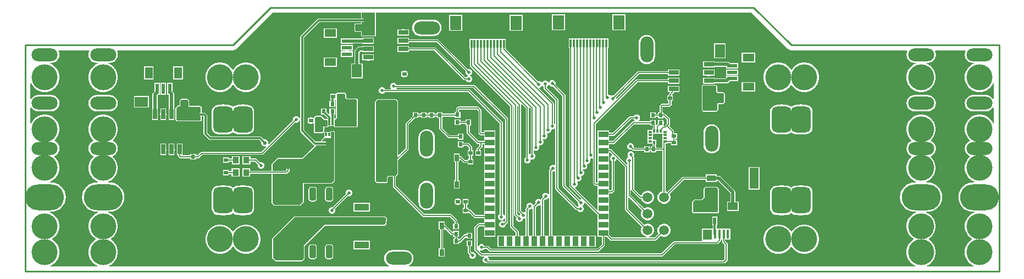
<source format=gbr>
%TF.GenerationSoftware,Altium Limited,Altium Designer,21.7.2 (23)*%
G04 Layer_Physical_Order=1*
G04 Layer_Color=255*
%FSLAX25Y25*%
%MOIN*%
%TF.SameCoordinates,95A22525-32A0-4EEE-A0C0-36F8BD1EB9D1*%
%TF.FilePolarity,Positive*%
%TF.FileFunction,Copper,L1,Top,Signal*%
%TF.Part,Single*%
G01*
G75*
%TA.AperFunction,SMDPad,CuDef*%
%ADD10R,0.02362X0.02500*%
%ADD11R,0.02500X0.02362*%
%ADD12R,0.03800X0.03937*%
%ADD13R,0.09055X0.13780*%
%ADD14R,0.02559X0.04134*%
%ADD15R,0.05906X0.04500*%
%ADD16R,0.01968X0.04232*%
%TA.AperFunction,ConnectorPad*%
%ADD17R,0.01772X0.05433*%
%ADD18R,0.05610X0.06102*%
%ADD19R,0.06496X0.05118*%
%ADD20R,0.07087X0.07480*%
%ADD21R,0.03937X0.07480*%
%TA.AperFunction,SMDPad,CuDef*%
%ADD22R,0.01181X0.02362*%
%ADD23R,0.02362X0.01181*%
%ADD24R,0.06299X0.02362*%
%ADD25R,0.07087X0.04724*%
%ADD26R,0.06000X0.07874*%
%ADD27R,0.10669X0.13386*%
%ADD28R,0.06004X0.02559*%
%ADD29R,0.13386X0.10669*%
%ADD30R,0.02559X0.06004*%
%ADD31R,0.07874X0.06000*%
%ADD32R,0.01181X0.01870*%
%ADD33R,0.09055X0.04331*%
%ADD34R,0.09843X0.02756*%
G04:AMPARAMS|DCode=35|XSize=39.37mil|YSize=78.74mil|CornerRadius=9.84mil|HoleSize=0mil|Usage=FLASHONLY|Rotation=0.000|XOffset=0mil|YOffset=0mil|HoleType=Round|Shape=RoundedRectangle|*
%AMROUNDEDRECTD35*
21,1,0.03937,0.05906,0,0,0.0*
21,1,0.01968,0.07874,0,0,0.0*
1,1,0.01968,0.00984,-0.02953*
1,1,0.01968,-0.00984,-0.02953*
1,1,0.01968,-0.00984,0.02953*
1,1,0.01968,0.00984,0.02953*
%
%ADD35ROUNDEDRECTD35*%
%ADD36R,0.05906X0.03543*%
%ADD37R,0.03543X0.05906*%
%TA.AperFunction,BGAPad,CuDef*%
%ADD38R,0.03543X0.03543*%
%TA.AperFunction,ConnectorPad*%
%ADD39R,0.07087X0.08661*%
%ADD40R,0.01181X0.05118*%
%TA.AperFunction,SMDPad,CuDef*%
%ADD41R,0.05709X0.12795*%
%ADD42R,0.05709X0.03740*%
%ADD43R,0.04724X0.07087*%
%ADD44R,0.02362X0.06299*%
%TA.AperFunction,Conductor*%
%ADD45C,0.00787*%
%ADD46C,0.01181*%
%TA.AperFunction,NonConductor*%
%ADD47C,0.01000*%
%TA.AperFunction,Conductor*%
%ADD48C,0.01968*%
%TA.AperFunction,ViaPad*%
%ADD49O,0.07874X0.15748*%
%ADD50O,0.15748X0.07874*%
%TA.AperFunction,ComponentPad*%
%ADD51C,0.05906*%
%ADD52R,0.04331X0.04331*%
%ADD53C,0.04331*%
%TA.AperFunction,ViaPad*%
%ADD54C,0.15748*%
G04:AMPARAMS|DCode=55|XSize=157.48mil|YSize=118.11mil|CornerRadius=29.53mil|HoleSize=0mil|Usage=FLASHONLY|Rotation=90.000|XOffset=0mil|YOffset=0mil|HoleType=Round|Shape=RoundedRectangle|*
%AMROUNDEDRECTD55*
21,1,0.15748,0.05906,0,0,90.0*
21,1,0.09843,0.11811,0,0,90.0*
1,1,0.05906,0.02953,0.04921*
1,1,0.05906,0.02953,-0.04921*
1,1,0.05906,-0.02953,-0.04921*
1,1,0.05906,-0.02953,0.04921*
%
%ADD55ROUNDEDRECTD55*%
%ADD56O,0.23622X0.15748*%
%ADD57C,0.01575*%
%ADD58C,0.01968*%
%ADD59C,0.02362*%
G36*
X462321Y135549D02*
X462979Y135044D01*
X463745Y134727D01*
X464567Y134618D01*
X534643D01*
X534949Y134118D01*
X534560Y133179D01*
X534390Y131890D01*
X534560Y130601D01*
X535058Y129400D01*
X535849Y128369D01*
X536880Y127577D01*
X538081Y127080D01*
X539370Y126910D01*
X540057D01*
X540156Y126410D01*
X539104Y125974D01*
X537650Y125003D01*
X536414Y123767D01*
X535443Y122314D01*
X534774Y120699D01*
X534433Y118984D01*
Y117236D01*
X534774Y115522D01*
X535443Y113907D01*
X536414Y112453D01*
X537650Y111217D01*
X539104Y110246D01*
X540719Y109577D01*
X542433Y109236D01*
X544181D01*
X545895Y109577D01*
X547510Y110246D01*
X548964Y111217D01*
X550200Y112453D01*
X551171Y113907D01*
X551840Y115522D01*
X552181Y117236D01*
Y118984D01*
X551840Y120699D01*
X551171Y122314D01*
X550200Y123767D01*
X548964Y125003D01*
X547510Y125974D01*
X546458Y126410D01*
X546558Y126910D01*
X547244D01*
X548533Y127080D01*
X549734Y127577D01*
X550765Y128369D01*
X551557Y129400D01*
X552054Y130601D01*
X552224Y131890D01*
X552054Y133179D01*
X551665Y134118D01*
X551971Y134618D01*
X570076D01*
X570383Y134118D01*
X569993Y133179D01*
X569824Y131890D01*
X569993Y130601D01*
X570491Y129400D01*
X571282Y128369D01*
X572313Y127577D01*
X573514Y127080D01*
X574803Y126910D01*
X575490D01*
X575589Y126410D01*
X574537Y125974D01*
X573083Y125003D01*
X571847Y123767D01*
X570876Y122314D01*
X570207Y120699D01*
X569866Y118984D01*
Y117236D01*
X570207Y115522D01*
X570876Y113907D01*
X571847Y112453D01*
X573083Y111217D01*
X574537Y110246D01*
X576152Y109577D01*
X577866Y109236D01*
X579614D01*
X581329Y109577D01*
X582944Y110246D01*
X584397Y111217D01*
X585633Y112453D01*
X586604Y113907D01*
X586874Y114559D01*
X587374Y114460D01*
Y105172D01*
X586874Y105002D01*
X586198Y105883D01*
X585167Y106675D01*
X583966Y107172D01*
X582677Y107342D01*
X574803D01*
X573514Y107172D01*
X572313Y106675D01*
X571282Y105883D01*
X570491Y104852D01*
X569993Y103651D01*
X569824Y102362D01*
X569993Y101073D01*
X570491Y99872D01*
X571282Y98841D01*
X572313Y98050D01*
X573514Y97552D01*
X574803Y97383D01*
X582677D01*
X583966Y97552D01*
X585167Y98050D01*
X586198Y98841D01*
X586874Y99722D01*
X587374Y99553D01*
Y90265D01*
X586874Y90165D01*
X586604Y90818D01*
X585633Y92271D01*
X584397Y93507D01*
X582944Y94478D01*
X581329Y95147D01*
X579614Y95488D01*
X577866D01*
X576152Y95147D01*
X574537Y94478D01*
X573083Y93507D01*
X571847Y92271D01*
X570876Y90818D01*
X570207Y89203D01*
X569866Y87488D01*
Y85740D01*
X570207Y84026D01*
X570876Y82411D01*
X571847Y80957D01*
X572903Y79901D01*
X572826Y79328D01*
X572313Y79116D01*
X571282Y78324D01*
X570491Y77293D01*
X569993Y76092D01*
X569824Y74803D01*
X569993Y73514D01*
X570491Y72313D01*
X571282Y71282D01*
X572313Y70491D01*
X572826Y70278D01*
X572903Y69705D01*
X571847Y68649D01*
X570876Y67196D01*
X570207Y65581D01*
X569866Y63866D01*
Y62118D01*
X570207Y60404D01*
X570876Y58789D01*
X571847Y57335D01*
X573083Y56099D01*
X574537Y55128D01*
X575588Y54693D01*
X575489Y54193D01*
X574803D01*
X573064Y54021D01*
X571391Y53514D01*
X569849Y52690D01*
X568498Y51581D01*
X567389Y50230D01*
X566565Y48688D01*
X566057Y47015D01*
X565886Y45276D01*
X566057Y43536D01*
X566565Y41863D01*
X567389Y40322D01*
X568498Y38970D01*
X569849Y37861D01*
X571391Y37037D01*
X573064Y36530D01*
X574803Y36359D01*
X575489D01*
X575588Y35859D01*
X574537Y35423D01*
X573083Y34452D01*
X571847Y33216D01*
X570876Y31762D01*
X570207Y30147D01*
X569866Y28433D01*
Y26685D01*
X570207Y24971D01*
X570876Y23356D01*
X571847Y21902D01*
X573083Y20666D01*
X574102Y19986D01*
Y19384D01*
X573083Y18704D01*
X571847Y17468D01*
X570876Y16014D01*
X570207Y14400D01*
X569866Y12685D01*
Y10937D01*
X570207Y9223D01*
X570876Y7608D01*
X571847Y6154D01*
X573083Y4918D01*
X574537Y3947D01*
X575189Y3677D01*
X575090Y3177D01*
X546958D01*
X546858Y3677D01*
X547510Y3947D01*
X548964Y4918D01*
X550200Y6154D01*
X551171Y7608D01*
X551840Y9223D01*
X552181Y10937D01*
Y12685D01*
X551840Y14400D01*
X551171Y16014D01*
X550200Y17468D01*
X548964Y18704D01*
X547946Y19384D01*
Y19986D01*
X548964Y20666D01*
X550200Y21902D01*
X551171Y23356D01*
X551840Y24971D01*
X552181Y26685D01*
Y28433D01*
X551840Y30147D01*
X551171Y31762D01*
X550200Y33216D01*
X548964Y34452D01*
X547510Y35423D01*
X546459Y35859D01*
X546559Y36359D01*
X547244D01*
X548984Y36530D01*
X550657Y37037D01*
X552198Y37861D01*
X553549Y38970D01*
X554658Y40322D01*
X555482Y41863D01*
X555990Y43536D01*
X556161Y45276D01*
X555990Y47015D01*
X555482Y48688D01*
X554658Y50230D01*
X553549Y51581D01*
X552198Y52690D01*
X550657Y53514D01*
X548984Y54021D01*
X547244Y54193D01*
X546559D01*
X546459Y54693D01*
X547510Y55128D01*
X548964Y56099D01*
X550200Y57335D01*
X551171Y58789D01*
X551840Y60404D01*
X552181Y62118D01*
Y63866D01*
X551840Y65581D01*
X551171Y67196D01*
X550200Y68649D01*
X549144Y69705D01*
X549221Y70278D01*
X549734Y70491D01*
X550765Y71282D01*
X551557Y72313D01*
X552054Y73514D01*
X552224Y74803D01*
X552054Y76092D01*
X551557Y77293D01*
X550765Y78324D01*
X549734Y79116D01*
X549221Y79328D01*
X549144Y79901D01*
X550200Y80957D01*
X551171Y82411D01*
X551840Y84026D01*
X552181Y85740D01*
Y87488D01*
X551840Y89203D01*
X551171Y90818D01*
X550200Y92271D01*
X548964Y93507D01*
X547510Y94478D01*
X545895Y95147D01*
X544181Y95488D01*
X542433D01*
X540719Y95147D01*
X539104Y94478D01*
X537650Y93507D01*
X536414Y92271D01*
X535443Y90818D01*
X534774Y89203D01*
X534433Y87488D01*
Y85740D01*
X534774Y84026D01*
X535443Y82411D01*
X536414Y80957D01*
X537470Y79901D01*
X537393Y79328D01*
X536880Y79116D01*
X535849Y78324D01*
X535058Y77293D01*
X534560Y76092D01*
X534390Y74803D01*
X534560Y73514D01*
X535058Y72313D01*
X535849Y71282D01*
X536880Y70491D01*
X537393Y70278D01*
X537470Y69705D01*
X536414Y68649D01*
X535443Y67196D01*
X534774Y65581D01*
X534433Y63866D01*
Y62118D01*
X534774Y60404D01*
X535443Y58789D01*
X536414Y57335D01*
X537650Y56099D01*
X539104Y55128D01*
X540155Y54693D01*
X540056Y54193D01*
X539370D01*
X537631Y54021D01*
X535958Y53514D01*
X534416Y52690D01*
X533065Y51581D01*
X531956Y50230D01*
X531132Y48688D01*
X530624Y47015D01*
X530453Y45276D01*
X530624Y43536D01*
X531132Y41863D01*
X531956Y40322D01*
X533065Y38970D01*
X534416Y37861D01*
X535958Y37037D01*
X537631Y36530D01*
X539370Y36359D01*
X540056D01*
X540155Y35859D01*
X539104Y35423D01*
X537650Y34452D01*
X536414Y33216D01*
X535443Y31762D01*
X534774Y30147D01*
X534433Y28433D01*
Y26685D01*
X534774Y24971D01*
X535443Y23356D01*
X536414Y21902D01*
X537650Y20666D01*
X538669Y19986D01*
Y19384D01*
X537650Y18704D01*
X536414Y17468D01*
X535443Y16014D01*
X534774Y14400D01*
X534433Y12685D01*
Y10937D01*
X534774Y9223D01*
X535443Y7608D01*
X536414Y6154D01*
X537650Y4918D01*
X539104Y3947D01*
X539756Y3677D01*
X539657Y3177D01*
X232904D01*
X232804Y3677D01*
X233002Y3758D01*
X234033Y4550D01*
X234824Y5581D01*
X235322Y6782D01*
X235491Y8071D01*
X235322Y9360D01*
X234824Y10561D01*
X234033Y11592D01*
X233002Y12383D01*
X231801Y12881D01*
X230512Y13050D01*
X222638D01*
X221349Y12881D01*
X220148Y12383D01*
X219117Y11592D01*
X218325Y10561D01*
X217828Y9360D01*
X217658Y8071D01*
X217828Y6782D01*
X218325Y5581D01*
X219117Y4550D01*
X220148Y3758D01*
X220345Y3677D01*
X220246Y3177D01*
X50895D01*
X50795Y3677D01*
X51447Y3947D01*
X52901Y4918D01*
X54137Y6154D01*
X55108Y7608D01*
X55777Y9223D01*
X56118Y10937D01*
Y12685D01*
X55777Y14400D01*
X55108Y16014D01*
X54137Y17468D01*
X52901Y18704D01*
X51883Y19384D01*
Y19986D01*
X52901Y20666D01*
X54137Y21902D01*
X55108Y23356D01*
X55777Y24971D01*
X56118Y26685D01*
Y28433D01*
X55777Y30147D01*
X55108Y31762D01*
X54137Y33216D01*
X52901Y34452D01*
X51447Y35423D01*
X50396Y35859D01*
X50495Y36359D01*
X51181D01*
X52921Y36530D01*
X54593Y37037D01*
X56135Y37861D01*
X57486Y38970D01*
X58595Y40322D01*
X59419Y41863D01*
X59927Y43536D01*
X60098Y45276D01*
X59927Y47015D01*
X59419Y48688D01*
X58595Y50230D01*
X57486Y51581D01*
X56135Y52690D01*
X54593Y53514D01*
X52921Y54021D01*
X51181Y54193D01*
X50495D01*
X50396Y54693D01*
X51447Y55128D01*
X52901Y56099D01*
X54137Y57335D01*
X55108Y58789D01*
X55777Y60404D01*
X56118Y62118D01*
Y63866D01*
X55777Y65581D01*
X55108Y67196D01*
X54137Y68649D01*
X53081Y69705D01*
X53158Y70278D01*
X53671Y70491D01*
X54702Y71282D01*
X55494Y72313D01*
X55991Y73514D01*
X56161Y74803D01*
X55991Y76092D01*
X55494Y77293D01*
X54702Y78324D01*
X53671Y79116D01*
X53158Y79328D01*
X53081Y79901D01*
X54137Y80957D01*
X55108Y82411D01*
X55777Y84026D01*
X56118Y85740D01*
Y87488D01*
X55777Y89203D01*
X55108Y90818D01*
X54137Y92271D01*
X52901Y93507D01*
X51447Y94478D01*
X49832Y95147D01*
X48118Y95488D01*
X46370D01*
X44656Y95147D01*
X43041Y94478D01*
X41587Y93507D01*
X40351Y92271D01*
X39380Y90818D01*
X38711Y89203D01*
X38370Y87488D01*
Y85740D01*
X38711Y84026D01*
X39380Y82411D01*
X40351Y80957D01*
X41407Y79901D01*
X41330Y79328D01*
X40817Y79116D01*
X39786Y78324D01*
X38995Y77293D01*
X38497Y76092D01*
X38328Y74803D01*
X38497Y73514D01*
X38995Y72313D01*
X39786Y71282D01*
X40817Y70491D01*
X41330Y70278D01*
X41407Y69705D01*
X40351Y68649D01*
X39380Y67196D01*
X38711Y65581D01*
X38370Y63866D01*
Y62118D01*
X38711Y60404D01*
X39380Y58789D01*
X40351Y57335D01*
X41587Y56099D01*
X43041Y55128D01*
X44092Y54693D01*
X43993Y54193D01*
X43307D01*
X41568Y54021D01*
X39895Y53514D01*
X38353Y52690D01*
X37002Y51581D01*
X35893Y50230D01*
X35069Y48688D01*
X34561Y47015D01*
X34390Y45276D01*
X34561Y43536D01*
X35069Y41863D01*
X35893Y40322D01*
X37002Y38970D01*
X38353Y37861D01*
X39895Y37037D01*
X41568Y36530D01*
X43307Y36359D01*
X43993D01*
X44092Y35859D01*
X43041Y35423D01*
X41587Y34452D01*
X40351Y33216D01*
X39380Y31762D01*
X38711Y30147D01*
X38370Y28433D01*
Y26685D01*
X38711Y24971D01*
X39380Y23356D01*
X40351Y21902D01*
X41587Y20666D01*
X42606Y19986D01*
Y19384D01*
X41587Y18704D01*
X40351Y17468D01*
X39380Y16014D01*
X38711Y14400D01*
X38370Y12685D01*
Y10937D01*
X38711Y9223D01*
X39380Y7608D01*
X40351Y6154D01*
X41587Y4918D01*
X43041Y3947D01*
X43693Y3677D01*
X43594Y3177D01*
X15461D01*
X15362Y3677D01*
X16014Y3947D01*
X17468Y4918D01*
X18704Y6154D01*
X19675Y7608D01*
X20344Y9223D01*
X20685Y10937D01*
Y12685D01*
X20344Y14400D01*
X19675Y16014D01*
X18704Y17468D01*
X17468Y18704D01*
X16450Y19384D01*
Y19986D01*
X17468Y20666D01*
X18704Y21902D01*
X19675Y23356D01*
X20344Y24971D01*
X20685Y26685D01*
Y28433D01*
X20344Y30147D01*
X19675Y31762D01*
X18704Y33216D01*
X17468Y34452D01*
X16014Y35423D01*
X14963Y35859D01*
X15062Y36359D01*
X15748D01*
X17488Y36530D01*
X19160Y37037D01*
X20702Y37861D01*
X22053Y38970D01*
X23162Y40322D01*
X23986Y41863D01*
X24494Y43536D01*
X24665Y45276D01*
X24494Y47015D01*
X23986Y48688D01*
X23162Y50230D01*
X22053Y51581D01*
X20702Y52690D01*
X19160Y53514D01*
X17488Y54021D01*
X15748Y54193D01*
X15062D01*
X14963Y54693D01*
X16014Y55128D01*
X17468Y56099D01*
X18704Y57335D01*
X19675Y58789D01*
X20344Y60404D01*
X20685Y62118D01*
Y63866D01*
X20344Y65581D01*
X19675Y67196D01*
X18704Y68649D01*
X17648Y69705D01*
X17725Y70278D01*
X18238Y70491D01*
X19269Y71282D01*
X20061Y72313D01*
X20558Y73514D01*
X20728Y74803D01*
X20558Y76092D01*
X20061Y77293D01*
X19269Y78324D01*
X18238Y79116D01*
X17725Y79328D01*
X17648Y79901D01*
X18704Y80957D01*
X19675Y82411D01*
X20344Y84026D01*
X20685Y85740D01*
Y87488D01*
X20344Y89203D01*
X19675Y90818D01*
X18704Y92271D01*
X17468Y93507D01*
X16014Y94478D01*
X14400Y95147D01*
X12685Y95488D01*
X10937D01*
X9223Y95147D01*
X7608Y94478D01*
X6154Y93507D01*
X4918Y92271D01*
X3947Y90818D01*
X3677Y90165D01*
X3177Y90265D01*
Y99553D01*
X3677Y99722D01*
X4353Y98841D01*
X5384Y98050D01*
X6585Y97552D01*
X7874Y97383D01*
X15748D01*
X17037Y97552D01*
X18238Y98050D01*
X19269Y98841D01*
X20061Y99872D01*
X20558Y101073D01*
X20728Y102362D01*
X20558Y103651D01*
X20061Y104852D01*
X19269Y105883D01*
X18238Y106675D01*
X17037Y107172D01*
X15748Y107342D01*
X7874D01*
X6585Y107172D01*
X5384Y106675D01*
X4353Y105883D01*
X3677Y105002D01*
X3177Y105172D01*
Y114460D01*
X3677Y114559D01*
X3947Y113907D01*
X4918Y112453D01*
X6154Y111217D01*
X7608Y110246D01*
X9223Y109577D01*
X10937Y109236D01*
X12685D01*
X14400Y109577D01*
X16014Y110246D01*
X17468Y111217D01*
X18704Y112453D01*
X19675Y113907D01*
X20344Y115522D01*
X20685Y117236D01*
Y118984D01*
X20344Y120699D01*
X19675Y122314D01*
X18704Y123767D01*
X17468Y125003D01*
X16014Y125974D01*
X14962Y126410D01*
X15062Y126910D01*
X15748D01*
X17037Y127080D01*
X18238Y127577D01*
X19269Y128369D01*
X20061Y129400D01*
X20558Y130601D01*
X20728Y131890D01*
X20558Y133179D01*
X20169Y134118D01*
X20475Y134618D01*
X38580D01*
X38886Y134118D01*
X38497Y133179D01*
X38328Y131890D01*
X38497Y130601D01*
X38995Y129400D01*
X39786Y128369D01*
X40817Y127577D01*
X42018Y127080D01*
X43307Y126910D01*
X43993D01*
X44093Y126410D01*
X43041Y125974D01*
X41587Y125003D01*
X40351Y123767D01*
X39380Y122314D01*
X38711Y120699D01*
X38370Y118984D01*
Y117236D01*
X38711Y115522D01*
X39380Y113907D01*
X40351Y112453D01*
X41587Y111217D01*
X43041Y110246D01*
X44656Y109577D01*
X46370Y109236D01*
X48118D01*
X49832Y109577D01*
X51447Y110246D01*
X52901Y111217D01*
X54137Y112453D01*
X55108Y113907D01*
X55777Y115522D01*
X56118Y117236D01*
Y118984D01*
X55777Y120699D01*
X55108Y122314D01*
X54137Y123767D01*
X52901Y125003D01*
X51447Y125974D01*
X50395Y126410D01*
X50495Y126910D01*
X51181D01*
X52470Y127080D01*
X53671Y127577D01*
X54702Y128369D01*
X55494Y129400D01*
X55991Y130601D01*
X56161Y131890D01*
X55991Y133179D01*
X55602Y134118D01*
X55908Y134618D01*
X125984D01*
X126806Y134727D01*
X127573Y135044D01*
X128231Y135549D01*
X150036Y157355D01*
X203593D01*
Y153868D01*
X177953D01*
X177527Y153783D01*
X177166Y153542D01*
X177166Y153542D01*
X167127Y143503D01*
X166886Y143142D01*
X166802Y142717D01*
X166802Y142717D01*
Y93284D01*
X166302Y93185D01*
X166084Y93711D01*
X165525Y94269D01*
X164796Y94571D01*
X164007D01*
X163277Y94269D01*
X162719Y93711D01*
X162417Y92981D01*
Y92192D01*
X162487Y92024D01*
X147800Y77337D01*
X147376Y77620D01*
X147457Y77814D01*
Y78682D01*
X147125Y79483D01*
X146511Y80097D01*
X145709Y80429D01*
X144842D01*
X144718Y80378D01*
X143208Y81889D01*
X142847Y82130D01*
X142421Y82214D01*
X142421Y82214D01*
X112567D01*
X110364Y84417D01*
Y94780D01*
X110364Y94781D01*
X110279Y95206D01*
X110038Y95567D01*
X110038Y95567D01*
X109346Y96259D01*
X108986Y96500D01*
X108560Y96584D01*
X108560Y96584D01*
X107037D01*
Y99606D01*
X106879Y99989D01*
X106879Y99989D01*
X106288Y100580D01*
X105905Y100738D01*
X105905Y100738D01*
X99458D01*
Y103740D01*
X99300Y104123D01*
X99300Y104123D01*
X98513Y104910D01*
X98130Y105069D01*
X98130Y105069D01*
X94882D01*
X94499Y104910D01*
X94499Y104910D01*
X93810Y104221D01*
X93652Y103839D01*
X93652Y103839D01*
Y101033D01*
X92815D01*
X92432Y100875D01*
X92432Y100875D01*
X91251Y99694D01*
X91093Y99311D01*
X91093Y99311D01*
Y92323D01*
X91093Y92323D01*
X91251Y91940D01*
X91251Y91940D01*
X91645Y91546D01*
X92028Y91388D01*
X92028Y91388D01*
X106299D01*
X106299Y91388D01*
X106682Y91546D01*
X106682Y91546D01*
X106879Y91743D01*
X107037Y92126D01*
X107037Y92126D01*
Y94361D01*
X108099D01*
X108140Y94320D01*
Y83957D01*
X108140Y83957D01*
X108225Y83531D01*
X108466Y83170D01*
X111320Y80316D01*
X111320Y80316D01*
X111681Y80075D01*
X112106Y79990D01*
X141961D01*
X143146Y78805D01*
X143095Y78682D01*
Y77814D01*
X143427Y77012D01*
X144040Y76399D01*
X144842Y76067D01*
X145709D01*
X145904Y76147D01*
X146187Y75723D01*
X143323Y72860D01*
X106988D01*
X106640Y72791D01*
X106344Y72593D01*
X104445Y70695D01*
X103551D01*
Y71570D01*
X100189D01*
Y70731D01*
X95946D01*
X95500Y70860D01*
Y77864D01*
X91941D01*
Y70860D01*
X92809D01*
Y70281D01*
X92879Y69932D01*
X93076Y69637D01*
X93537Y69175D01*
X93833Y68978D01*
X94182Y68909D01*
X100189D01*
Y68070D01*
X103551D01*
Y68872D01*
X104823D01*
X105172Y68942D01*
X105467Y69139D01*
X107366Y71038D01*
X143701D01*
X144050Y71107D01*
X144345Y71305D01*
X163750Y90709D01*
X164007Y90602D01*
X164796D01*
X165525Y90904D01*
X166084Y91463D01*
X166302Y91989D01*
X166802Y91889D01*
Y85630D01*
X166802Y85630D01*
X166886Y85204D01*
X167127Y84844D01*
X174804Y77166D01*
X174804Y77166D01*
X175165Y76925D01*
X175488Y76861D01*
X175723Y76396D01*
X167896Y69045D01*
X153150D01*
X153150Y69045D01*
X152767Y68887D01*
X149617Y65737D01*
X149617Y65737D01*
X149459Y65354D01*
X149459Y65354D01*
Y61216D01*
X136407D01*
Y62705D01*
X131607D01*
Y57768D01*
X136407D01*
Y59394D01*
X149459D01*
X149459Y41732D01*
X149459Y41732D01*
X149617Y41350D01*
X149617Y41350D01*
X150798Y40168D01*
X151181Y40010D01*
X151181Y40010D01*
X166535D01*
X166701Y40079D01*
X166874Y40129D01*
X168842Y41703D01*
X168857Y41731D01*
X168887Y41743D01*
X168955Y41909D01*
X169042Y42066D01*
X169033Y42097D01*
X169045Y42126D01*
Y53396D01*
X185827D01*
X186209Y53554D01*
X187686Y55031D01*
X187844Y55413D01*
X187844Y55413D01*
Y81437D01*
Y81880D01*
X187837Y81899D01*
Y84750D01*
Y84750D01*
X187822Y84785D01*
X187832Y84823D01*
X187744Y84973D01*
X187678Y85133D01*
X187643Y85147D01*
X187623Y85181D01*
X187243Y85470D01*
X187075Y85514D01*
X186915Y85581D01*
X185919D01*
X185759Y85514D01*
X185592Y85470D01*
X185212Y85181D01*
X185192Y85147D01*
X185157Y85133D01*
X185090Y84973D01*
X185003Y84823D01*
X184527Y84750D01*
X181877D01*
X181467Y84750D01*
X181404Y84801D01*
X181129Y85142D01*
X181250Y85433D01*
X181250Y85433D01*
Y87648D01*
X182978D01*
X183138Y87714D01*
X183306Y87758D01*
X183686Y88048D01*
X183705Y88081D01*
X183741Y88096D01*
X183807Y88256D01*
X183895Y88406D01*
X184371Y88478D01*
X187254D01*
Y88189D01*
X187413Y87806D01*
X187795Y87648D01*
X200787D01*
X200787Y87648D01*
X201170Y87806D01*
X201170Y87806D01*
X201564Y88200D01*
X201722Y88583D01*
X201722Y88583D01*
Y104331D01*
X201722Y104331D01*
X201564Y104713D01*
X201564Y104713D01*
X201170Y105107D01*
X200787Y105266D01*
X200787Y105266D01*
X195106D01*
X194636Y105736D01*
Y107874D01*
X194636Y107874D01*
X194477Y108257D01*
X194477Y108257D01*
X194083Y108650D01*
X193701Y108809D01*
X193701Y108809D01*
X189370D01*
X189370Y108809D01*
X188987Y108650D01*
X188987Y108650D01*
X188703Y108366D01*
X188594Y108257D01*
X188208Y107980D01*
X184926Y107980D01*
Y104618D01*
X185336D01*
Y103656D01*
X184539D01*
Y100156D01*
X187902D01*
Y103656D01*
X187560D01*
Y104264D01*
X187914Y104618D01*
X188426Y104618D01*
X188435Y104122D01*
Y93411D01*
X187991Y92967D01*
X187529Y93158D01*
Y95556D01*
X187902D01*
Y99056D01*
X184539D01*
Y96080D01*
X184039Y95873D01*
X182783Y97129D01*
Y99056D01*
X179421D01*
Y95556D01*
X181211D01*
X183337Y93430D01*
Y92845D01*
X183071Y92667D01*
X181720D01*
X179910Y94477D01*
X179528Y94636D01*
X179527Y94636D01*
X176378D01*
X175995Y94477D01*
X175995Y94477D01*
X175208Y93690D01*
X175041Y93413D01*
X174283Y93413D01*
X173692Y93658D01*
X172903D01*
X172313Y93413D01*
X171541D01*
Y92616D01*
X171314Y92068D01*
Y91279D01*
X171541Y90731D01*
Y90051D01*
X172114D01*
X172174Y89991D01*
X172903Y89689D01*
X173692D01*
X174422Y89991D01*
X174481Y90051D01*
X175041D01*
X175049Y89555D01*
Y85039D01*
X175049Y85039D01*
X175208Y84657D01*
X175208Y84657D01*
X175602Y84263D01*
X175984Y84105D01*
X175984Y84105D01*
X179921D01*
X180304Y84263D01*
X180304Y84263D01*
X180956Y84915D01*
X180973Y84910D01*
X181390Y84642D01*
X181390Y84291D01*
X181390Y84291D01*
X181390Y84282D01*
Y82105D01*
X181390Y81880D01*
X181125Y81490D01*
X181113Y81485D01*
X180693Y81065D01*
X180679Y81059D01*
X180673Y81046D01*
X179479Y79924D01*
X179433Y79822D01*
X179353Y79744D01*
X179351Y79641D01*
X179309Y79546D01*
X179069Y79065D01*
X176051D01*
X169025Y86090D01*
Y142256D01*
X178413Y151644D01*
X203593D01*
Y150935D01*
X200492D01*
X200492Y150935D01*
X200109Y150776D01*
X199814Y150481D01*
X199656Y150098D01*
X199656Y150098D01*
Y146752D01*
X199814Y146369D01*
X199814Y146369D01*
X200306Y145877D01*
X200689Y145719D01*
X200689Y145719D01*
X203593D01*
Y143701D01*
X203593Y143701D01*
X203751Y143318D01*
X203751Y143318D01*
X203948Y143121D01*
X204331Y142963D01*
X204331Y142963D01*
X212106D01*
X212489Y143121D01*
X212648Y143504D01*
Y157355D01*
X440515D01*
X462321Y135549D01*
D02*
G37*
G36*
X212106Y143504D02*
X204331D01*
X204134Y143701D01*
Y145965D01*
X203839Y146260D01*
X200689D01*
X200197Y146752D01*
Y150098D01*
X200492Y150394D01*
X203839D01*
X204134Y150689D01*
Y151644D01*
X208259D01*
X208685Y151729D01*
X209045Y151970D01*
X209286Y152330D01*
X209371Y152756D01*
X209286Y153181D01*
X209045Y153542D01*
X208685Y153783D01*
X208259Y153868D01*
X204134D01*
Y157355D01*
X212106D01*
Y143504D01*
D02*
G37*
G36*
X98917Y103740D02*
Y100394D01*
X99114Y100197D01*
X105905D01*
X106496Y99606D01*
Y96584D01*
X102168D01*
X102000Y96697D01*
X101575Y96781D01*
X101149Y96697D01*
X100788Y96456D01*
X100548Y96095D01*
X100463Y95669D01*
X100548Y95244D01*
X100788Y94883D01*
X100985Y94686D01*
X100985Y94686D01*
X101346Y94445D01*
X101772Y94361D01*
X101772Y94361D01*
X106496D01*
Y92126D01*
X106299Y91929D01*
X92028D01*
X91634Y92323D01*
Y99311D01*
X92815Y100492D01*
X93898D01*
X94193Y100787D01*
Y103839D01*
X94882Y104528D01*
X98130D01*
X98917Y103740D01*
D02*
G37*
G36*
X194095Y107874D02*
Y105512D01*
X194882Y104724D01*
X200787D01*
X201181Y104331D01*
Y88583D01*
X200787Y88189D01*
X187795D01*
Y91732D01*
Y92005D01*
X188976Y93186D01*
Y107874D01*
X189370Y108268D01*
X193701D01*
X194095Y107874D01*
D02*
G37*
G36*
X181496Y92126D02*
X183071D01*
X183337Y91860D01*
Y89913D01*
X183358Y89806D01*
Y88478D01*
X182978Y88189D01*
X180709D01*
Y85433D01*
X179921Y84646D01*
X175984D01*
X175591Y85039D01*
Y93307D01*
X176378Y94095D01*
X179528D01*
X181496Y92126D01*
D02*
G37*
G36*
X187295Y84750D02*
Y81880D01*
X187303D01*
Y55413D01*
X185827Y53937D01*
X168504D01*
Y42126D01*
X166535Y40551D01*
X151181D01*
X150000Y41732D01*
X150000Y59394D01*
X158336D01*
X158685Y59463D01*
X158981Y59660D01*
X160093Y60773D01*
X160291Y61069D01*
X160360Y61417D01*
Y64567D01*
X160291Y64916D01*
X160093Y65211D01*
X159798Y65409D01*
X159449Y65478D01*
X159100Y65409D01*
X158805Y65211D01*
X158607Y64916D01*
X158538Y64567D01*
Y61795D01*
X157959Y61216D01*
X150000D01*
Y65354D01*
X153150Y68504D01*
X168110D01*
X176987Y76841D01*
X184151D01*
X184577Y76925D01*
X184937Y77166D01*
X185178Y77527D01*
X185263Y77953D01*
X185178Y78378D01*
X184937Y78739D01*
X184577Y78980D01*
X184151Y79065D01*
X180034D01*
X179850Y79530D01*
X181062Y80668D01*
Y80676D01*
X181070D01*
X181496Y81102D01*
X185039D01*
X185433Y81496D01*
Y81880D01*
X185539D01*
Y84750D01*
X185919Y85039D01*
X186915D01*
X187295Y84750D01*
D02*
G37*
%LPC*%
G36*
X363984Y156405D02*
X355898D01*
Y146744D01*
X363984D01*
Y156405D01*
D02*
G37*
G36*
X327370D02*
X319284D01*
Y146744D01*
X327370D01*
Y156405D01*
D02*
G37*
G36*
X301780Y156012D02*
X293693D01*
Y146350D01*
X301780D01*
Y156012D01*
D02*
G37*
G36*
X265165D02*
X257079D01*
Y146350D01*
X265165D01*
Y156012D01*
D02*
G37*
G36*
X229627Y147358D02*
X228838D01*
X228153Y147075D01*
X225778D01*
Y143516D01*
X228534D01*
X228838Y143390D01*
X229627D01*
X229931Y143516D01*
X232782D01*
Y147075D01*
X230311D01*
X229627Y147358D01*
D02*
G37*
G36*
X247539Y153208D02*
X239665D01*
X238376Y153038D01*
X237176Y152541D01*
X236144Y151750D01*
X235353Y150718D01*
X234855Y149517D01*
X234686Y148228D01*
X234855Y146940D01*
X235353Y145738D01*
X236144Y144707D01*
X237176Y143916D01*
X238376Y143418D01*
X239665Y143249D01*
X247539D01*
X248828Y143418D01*
X250029Y143916D01*
X251061Y144707D01*
X251852Y145738D01*
X252349Y146940D01*
X252519Y148228D01*
X252349Y149517D01*
X251852Y150718D01*
X251061Y151750D01*
X250029Y152541D01*
X248828Y153038D01*
X247539Y153208D01*
D02*
G37*
G36*
X189181Y147941D02*
X181095D01*
Y142217D01*
X189181D01*
Y147941D01*
D02*
G37*
G36*
X211427Y142075D02*
X204423D01*
Y141740D01*
X198630D01*
Y141839D01*
X191331D01*
Y138476D01*
X198630D01*
Y138713D01*
X204423D01*
Y138516D01*
X211427D01*
Y142075D01*
D02*
G37*
G36*
Y137075D02*
X204423D01*
Y136809D01*
X202815D01*
X202815Y136809D01*
X202236Y136693D01*
X201745Y136365D01*
X201745Y136365D01*
X200102Y134723D01*
X199774Y134232D01*
X199659Y133653D01*
X199659Y133653D01*
Y126484D01*
X197672D01*
Y117610D01*
X204672D01*
Y126484D01*
X202686D01*
Y133026D01*
X203442Y133782D01*
X204423D01*
Y133516D01*
X211427D01*
Y137075D01*
D02*
G37*
G36*
X198630Y137902D02*
X191331D01*
Y134539D01*
X194018D01*
X194222Y134039D01*
X194145Y133965D01*
X191331D01*
Y130602D01*
X194358D01*
X194624Y130492D01*
X195337D01*
X195603Y130602D01*
X198630D01*
Y133965D01*
X195816D01*
X195739Y134039D01*
X195942Y134539D01*
X198630D01*
Y137902D01*
D02*
G37*
G36*
X424867Y138689D02*
X417867D01*
Y129815D01*
X424867D01*
Y138689D01*
D02*
G37*
G36*
X208466Y132201D02*
X207676D01*
X207372Y132075D01*
X204423D01*
Y128516D01*
X206992D01*
X207676Y128232D01*
X208466D01*
X209150Y128516D01*
X211427D01*
Y132075D01*
X208770D01*
X208466Y132201D01*
D02*
G37*
G36*
X442626Y132980D02*
X434539D01*
Y127256D01*
X442626D01*
Y132980D01*
D02*
G37*
G36*
X376969Y143956D02*
X375680Y143786D01*
X374479Y143289D01*
X373447Y142498D01*
X372656Y141466D01*
X372159Y140265D01*
X371989Y138976D01*
Y131102D01*
X372159Y129814D01*
X372656Y128613D01*
X373447Y127581D01*
X374479Y126790D01*
X375680Y126292D01*
X376969Y126123D01*
X378257Y126292D01*
X379458Y126790D01*
X380490Y127581D01*
X381281Y128613D01*
X381778Y129814D01*
X381948Y131102D01*
Y138976D01*
X381778Y140265D01*
X381281Y141466D01*
X380490Y142498D01*
X379458Y143289D01*
X378257Y143786D01*
X376969Y143956D01*
D02*
G37*
G36*
X189181Y130224D02*
X181095D01*
Y124500D01*
X189181D01*
Y130224D01*
D02*
G37*
G36*
X418116Y127784D02*
X411112D01*
Y124224D01*
X418116D01*
Y124491D01*
X425091D01*
Y123516D01*
X432390D01*
Y126878D01*
X427231D01*
X427035Y127074D01*
X426544Y127402D01*
X425965Y127517D01*
X425964Y127517D01*
X418116D01*
Y127784D01*
D02*
G37*
G36*
X473315Y126984D02*
X471567D01*
X469852Y126643D01*
X468237Y125974D01*
X466784Y125003D01*
X465548Y123767D01*
X464868Y122749D01*
X464266D01*
X463586Y123767D01*
X462350Y125003D01*
X460896Y125974D01*
X459281Y126643D01*
X457567Y126984D01*
X455819D01*
X454105Y126643D01*
X452490Y125974D01*
X451036Y125003D01*
X449800Y123767D01*
X448829Y122314D01*
X448160Y120699D01*
X447819Y118984D01*
Y117236D01*
X448160Y115522D01*
X448829Y113907D01*
X449800Y112453D01*
X451036Y111217D01*
X452490Y110246D01*
X454105Y109577D01*
X455819Y109236D01*
X457567D01*
X459281Y109577D01*
X460896Y110246D01*
X462350Y111217D01*
X463586Y112453D01*
X464266Y113472D01*
X464868D01*
X465548Y112453D01*
X466784Y111217D01*
X468237Y110246D01*
X469852Y109577D01*
X471567Y109236D01*
X473315D01*
X475029Y109577D01*
X476644Y110246D01*
X478098Y111217D01*
X479334Y112453D01*
X480305Y113907D01*
X480974Y115522D01*
X481315Y117236D01*
Y118984D01*
X480974Y120699D01*
X480305Y122314D01*
X479334Y123767D01*
X478098Y125003D01*
X476644Y125974D01*
X475029Y126643D01*
X473315Y126984D01*
D02*
G37*
G36*
X134732D02*
X132984D01*
X131270Y126643D01*
X129655Y125974D01*
X128201Y125003D01*
X126965Y123767D01*
X126285Y122749D01*
X125684D01*
X125003Y123767D01*
X123767Y125003D01*
X122314Y125974D01*
X120699Y126643D01*
X118984Y126984D01*
X117236D01*
X115522Y126643D01*
X113907Y125974D01*
X112453Y125003D01*
X111217Y123767D01*
X110246Y122314D01*
X109577Y120699D01*
X109236Y118984D01*
Y117236D01*
X109577Y115522D01*
X110246Y113907D01*
X111217Y112453D01*
X112453Y111217D01*
X113907Y110246D01*
X115522Y109577D01*
X117236Y109236D01*
X118984D01*
X120699Y109577D01*
X122314Y110246D01*
X123767Y111217D01*
X125003Y112453D01*
X125684Y113472D01*
X126285D01*
X126965Y112453D01*
X128201Y111217D01*
X129655Y110246D01*
X131270Y109577D01*
X132984Y109236D01*
X134732D01*
X136447Y109577D01*
X138062Y110246D01*
X139515Y111217D01*
X140751Y112453D01*
X141722Y113907D01*
X142391Y115522D01*
X142732Y117236D01*
Y118984D01*
X142391Y120699D01*
X141722Y122314D01*
X140751Y123767D01*
X139515Y125003D01*
X138062Y125974D01*
X136447Y126643D01*
X134732Y126984D01*
D02*
G37*
G36*
X432390Y122941D02*
X425091D01*
Y119579D01*
X432390D01*
Y122941D01*
D02*
G37*
G36*
X414887Y122829D02*
X414097D01*
X413986Y122784D01*
X411112D01*
Y119224D01*
X413307D01*
X413368Y119163D01*
X414097Y118861D01*
X414887D01*
X415616Y119163D01*
X415677Y119224D01*
X418116D01*
Y122784D01*
X414998D01*
X414887Y122829D01*
D02*
G37*
G36*
X230342Y122161D02*
X229553D01*
X228823Y121859D01*
X228822Y121858D01*
X228197D01*
Y121137D01*
X227963Y120572D01*
Y119782D01*
X228197Y119217D01*
Y118496D01*
X228822D01*
X228823Y118495D01*
X229553Y118193D01*
X230342D01*
X231071Y118495D01*
X231072Y118496D01*
X231697D01*
Y119217D01*
X231931Y119782D01*
Y120572D01*
X231697Y121137D01*
Y121858D01*
X231072D01*
X231071Y121859D01*
X230342Y122161D01*
D02*
G37*
G36*
X232782Y142075D02*
X225778D01*
Y138516D01*
X232782D01*
Y139384D01*
X249583D01*
X267100Y121867D01*
X267012Y121654D01*
Y120865D01*
X267314Y120136D01*
X267872Y119578D01*
X268365Y119374D01*
Y118832D01*
X268069Y118710D01*
X267511Y118151D01*
X267504Y118136D01*
X267011D01*
X249207Y135940D01*
X248912Y136137D01*
X248563Y136206D01*
X232782D01*
Y137075D01*
X225778D01*
Y133516D01*
X232782D01*
Y134384D01*
X248186D01*
X265989Y116580D01*
X266285Y116383D01*
X266634Y116313D01*
X267341D01*
X267511Y115904D01*
X268069Y115345D01*
X268798Y115043D01*
X269588D01*
X270317Y115345D01*
X270875Y115904D01*
X271177Y116633D01*
Y117422D01*
X270875Y118151D01*
X270317Y118710D01*
X269824Y118914D01*
Y119455D01*
X270120Y119578D01*
X270678Y120136D01*
X270980Y120865D01*
Y121654D01*
X270678Y122384D01*
X270120Y122942D01*
X269391Y123244D01*
X268601D01*
X268389Y123156D01*
X250605Y140940D01*
X250309Y141137D01*
X249961Y141207D01*
X232782D01*
Y142075D01*
D02*
G37*
G36*
X432390Y119004D02*
X425091D01*
Y117782D01*
X424826Y117517D01*
X418116D01*
Y117783D01*
X411112D01*
Y114224D01*
X418116D01*
Y114491D01*
X425453D01*
X425453Y114491D01*
X426032Y114606D01*
X426523Y114934D01*
X427231Y115642D01*
X432390D01*
Y119004D01*
D02*
G37*
G36*
X95579Y124909D02*
X89854D01*
Y116823D01*
X95579D01*
Y124909D01*
D02*
G37*
G36*
X77862D02*
X72138D01*
Y116823D01*
X77862D01*
Y124909D01*
D02*
G37*
G36*
X223722Y114681D02*
X222932D01*
X222203Y114379D01*
X221645Y113821D01*
X221342Y113092D01*
Y112302D01*
X221645Y111573D01*
X221767Y111451D01*
X221560Y110951D01*
X218207D01*
X218119Y111163D01*
X217561Y111722D01*
X216832Y112024D01*
X216042D01*
X215313Y111722D01*
X214755Y111163D01*
X214453Y110434D01*
Y109645D01*
X214755Y108915D01*
X215313Y108357D01*
X216042Y108055D01*
X216832D01*
X217561Y108357D01*
X218119Y108915D01*
X218207Y109128D01*
X268815D01*
X287868Y90075D01*
Y35038D01*
X287655Y34950D01*
X287097Y34392D01*
X286795Y33662D01*
Y32873D01*
X287097Y32144D01*
X287655Y31586D01*
X288385Y31284D01*
X289174D01*
X289903Y31586D01*
X290462Y32144D01*
X290518Y32280D01*
X291018Y32180D01*
Y30704D01*
X290656Y30359D01*
X290593Y30422D01*
X289863Y30724D01*
X289074D01*
X288345Y30422D01*
X287786Y29864D01*
X287484Y29135D01*
Y28346D01*
X287786Y27616D01*
X288345Y27058D01*
X289074Y26756D01*
X289863D01*
X290593Y27058D01*
X291151Y27616D01*
X291453Y28346D01*
Y28550D01*
X292573Y29671D01*
X292771Y29966D01*
X292840Y30315D01*
Y92815D01*
X292771Y93164D01*
X292573Y93459D01*
X272790Y113243D01*
X272494Y113440D01*
X272146Y113510D01*
X225138D01*
X225009Y113821D01*
X224451Y114379D01*
X223722Y114681D01*
D02*
G37*
G36*
X442626Y115264D02*
X434539D01*
Y109539D01*
X442626D01*
Y115264D01*
D02*
G37*
G36*
X85539Y114673D02*
X82177D01*
Y107374D01*
X85539D01*
Y114673D01*
D02*
G37*
G36*
X470472Y101738D02*
X469105Y101558D01*
X468791Y101428D01*
X467520D01*
X466488Y101292D01*
X465526Y100894D01*
X464929Y100435D01*
X464567Y100307D01*
X464205Y100435D01*
X463608Y100894D01*
X462646Y101292D01*
X461614Y101428D01*
X460343D01*
X460028Y101558D01*
X458661Y101738D01*
X457295Y101558D01*
X456980Y101428D01*
X455709D01*
X454677Y101292D01*
X453715Y100894D01*
X452889Y100260D01*
X452256Y99434D01*
X451858Y98473D01*
X451722Y97441D01*
Y87598D01*
X451858Y86567D01*
X452256Y85605D01*
X452889Y84779D01*
X453715Y84146D01*
X454677Y83747D01*
X455709Y83612D01*
X456980D01*
X457295Y83481D01*
X458661Y83301D01*
X460028Y83481D01*
X460343Y83612D01*
X461614D01*
X462646Y83747D01*
X463608Y84146D01*
X464205Y84604D01*
X464567Y84732D01*
X464929Y84604D01*
X465526Y84146D01*
X466488Y83747D01*
X467520Y83612D01*
X468791D01*
X469105Y83481D01*
X470472Y83301D01*
X471839Y83481D01*
X472154Y83612D01*
X473425D01*
X474457Y83747D01*
X475419Y84146D01*
X476244Y84779D01*
X476878Y85605D01*
X477276Y86567D01*
X477412Y87598D01*
Y97441D01*
X477276Y98473D01*
X476878Y99434D01*
X476244Y100260D01*
X475419Y100894D01*
X474457Y101292D01*
X473425Y101428D01*
X472154D01*
X471839Y101558D01*
X470472Y101738D01*
D02*
G37*
G36*
X131890D02*
X130523Y101558D01*
X130208Y101428D01*
X128937D01*
X127905Y101292D01*
X126944Y100894D01*
X126346Y100435D01*
X125984Y100307D01*
X125622Y100435D01*
X125025Y100894D01*
X124063Y101292D01*
X123031Y101428D01*
X121760D01*
X121446Y101558D01*
X120079Y101738D01*
X118712Y101558D01*
X118397Y101428D01*
X117126D01*
X116094Y101292D01*
X115132Y100894D01*
X114307Y100260D01*
X113673Y99434D01*
X113275Y98473D01*
X113139Y97441D01*
Y87598D01*
X113275Y86567D01*
X113673Y85605D01*
X114307Y84779D01*
X115132Y84146D01*
X116094Y83747D01*
X117126Y83612D01*
X118397D01*
X118712Y83481D01*
X120079Y83301D01*
X121446Y83481D01*
X121760Y83612D01*
X123031D01*
X124063Y83747D01*
X125025Y84146D01*
X125622Y84604D01*
X125984Y84732D01*
X126346Y84604D01*
X126944Y84146D01*
X127905Y83747D01*
X128937Y83612D01*
X130208D01*
X130523Y83481D01*
X131890Y83301D01*
X133257Y83481D01*
X133571Y83612D01*
X134843D01*
X135874Y83747D01*
X136836Y84146D01*
X137662Y84779D01*
X138295Y85605D01*
X138693Y86567D01*
X138829Y87598D01*
Y97441D01*
X138693Y98473D01*
X138295Y99434D01*
X137662Y100260D01*
X136836Y100894D01*
X135874Y101292D01*
X134843Y101428D01*
X133571D01*
X133257Y101558D01*
X131890Y101738D01*
D02*
G37*
G36*
X74910Y106757D02*
X66035D01*
Y99757D01*
X74910D01*
Y106757D01*
D02*
G37*
G36*
X547244Y107342D02*
X539370D01*
X538081Y107172D01*
X536880Y106675D01*
X535849Y105883D01*
X535058Y104852D01*
X534560Y103651D01*
X534390Y102362D01*
X534560Y101073D01*
X535058Y99872D01*
X535849Y98841D01*
X536880Y98050D01*
X538081Y97552D01*
X539370Y97383D01*
X547244D01*
X548533Y97552D01*
X549734Y98050D01*
X550765Y98841D01*
X551557Y99872D01*
X552054Y101073D01*
X552224Y102362D01*
X552054Y103651D01*
X551557Y104852D01*
X550765Y105883D01*
X549734Y106675D01*
X548533Y107172D01*
X547244Y107342D01*
D02*
G37*
G36*
X51181D02*
X43307D01*
X42018Y107172D01*
X40817Y106675D01*
X39786Y105883D01*
X38995Y104852D01*
X38497Y103651D01*
X38328Y102362D01*
X38497Y101073D01*
X38995Y99872D01*
X39786Y98841D01*
X40817Y98050D01*
X42018Y97552D01*
X43307Y97383D01*
X51181D01*
X52470Y97552D01*
X53671Y98050D01*
X54702Y98841D01*
X55494Y99872D01*
X55991Y101073D01*
X56161Y102362D01*
X55991Y103651D01*
X55494Y104852D01*
X54702Y105883D01*
X53671Y106675D01*
X52470Y107172D01*
X51181Y107342D01*
D02*
G37*
G36*
X418701Y113533D02*
X418701Y113533D01*
X411122D01*
X410739Y113375D01*
X410739Y113375D01*
X410394Y113030D01*
X410236Y112647D01*
X410236Y112647D01*
Y98327D01*
X410240Y98316D01*
X410236Y98305D01*
X410319Y98126D01*
X410394Y97944D01*
X410405Y97940D01*
X410410Y97929D01*
X411050Y97338D01*
X411235Y97270D01*
X411417Y97195D01*
X419094D01*
X419095Y97195D01*
X419477Y97354D01*
X419477Y97354D01*
X420068Y97944D01*
X420226Y98327D01*
X420226Y98327D01*
Y101919D01*
X423032D01*
X423414Y102078D01*
X424103Y102767D01*
X424262Y103150D01*
X424262Y103150D01*
Y107972D01*
X424262Y107972D01*
X424103Y108355D01*
X424103Y108355D01*
X423611Y108847D01*
X423228Y109006D01*
X423228Y109006D01*
X420401D01*
X419636Y109771D01*
Y112598D01*
X419636Y112598D01*
X419477Y112981D01*
X419477Y112981D01*
X419083Y113375D01*
X418701Y113533D01*
D02*
G37*
G36*
X89476Y114673D02*
X86114D01*
Y107374D01*
X87207D01*
Y99218D01*
X86941D01*
Y92215D01*
X90500D01*
Y99218D01*
X90234D01*
Y108130D01*
X90234Y108130D01*
X90119Y108709D01*
X89791Y109200D01*
X89790Y109200D01*
X89476Y109514D01*
Y114673D01*
D02*
G37*
G36*
X85500Y99218D02*
X81941D01*
Y96898D01*
X81677Y96261D01*
Y95472D01*
X81941Y94835D01*
Y92215D01*
X85500D01*
Y95120D01*
X85646Y95472D01*
Y96261D01*
X85500Y96613D01*
Y99218D01*
D02*
G37*
G36*
X81602Y114673D02*
X78240D01*
Y109514D01*
X77650Y108924D01*
X77322Y108433D01*
X77207Y107854D01*
X77207Y107854D01*
Y99218D01*
X76941D01*
Y92215D01*
X80500D01*
Y99218D01*
X80234D01*
Y107228D01*
X80380Y107374D01*
X81602D01*
Y114673D01*
D02*
G37*
G36*
X416339Y89625D02*
X415050Y89456D01*
X413849Y88958D01*
X412817Y88167D01*
X412026Y87135D01*
X411529Y85935D01*
X411359Y84646D01*
Y76772D01*
X411529Y75483D01*
X412026Y74282D01*
X412817Y73251D01*
X413849Y72459D01*
X415050Y71962D01*
X416339Y71792D01*
X417627Y71962D01*
X418828Y72459D01*
X419860Y73251D01*
X420651Y74282D01*
X421148Y75483D01*
X421318Y76772D01*
Y84646D01*
X421148Y85935D01*
X420651Y87135D01*
X419860Y88167D01*
X418828Y88958D01*
X417627Y89456D01*
X416339Y89625D01*
D02*
G37*
G36*
X90500Y77864D02*
X86941D01*
Y70860D01*
X90500D01*
Y73251D01*
X90669Y73659D01*
Y74372D01*
X90500Y74781D01*
Y77864D01*
D02*
G37*
G36*
X85500D02*
X81941D01*
Y70860D01*
X85500D01*
Y73438D01*
X85551Y73561D01*
Y74274D01*
X85500Y74397D01*
Y77864D01*
D02*
G37*
G36*
X243504Y86574D02*
X242215Y86404D01*
X241014Y85907D01*
X239983Y85116D01*
X239192Y84084D01*
X238694Y82883D01*
X238524Y81595D01*
Y73721D01*
X238694Y72432D01*
X239192Y71231D01*
X239983Y70199D01*
X241014Y69408D01*
X242215Y68911D01*
X243504Y68741D01*
X244793Y68911D01*
X245994Y69408D01*
X247025Y70199D01*
X247816Y71231D01*
X248314Y72432D01*
X248484Y73721D01*
Y81595D01*
X248314Y82883D01*
X247816Y84084D01*
X247025Y85116D01*
X245994Y85907D01*
X244793Y86404D01*
X243504Y86574D01*
D02*
G37*
G36*
X130204Y70185D02*
X125404D01*
Y68726D01*
X123404D01*
Y69496D01*
X119904D01*
Y66134D01*
X123404D01*
Y66904D01*
X125404D01*
Y65248D01*
X130204D01*
Y70185D01*
D02*
G37*
G36*
X265657Y79112D02*
X262295D01*
Y75612D01*
X265657D01*
Y76451D01*
X268028D01*
X269131Y75348D01*
Y73827D01*
X268292D01*
Y70465D01*
X269131D01*
Y68610D01*
X268256D01*
Y67840D01*
X266720D01*
X264625Y69936D01*
X264329Y70133D01*
X263981Y70202D01*
X263492D01*
Y71858D01*
X259933D01*
Y66724D01*
X260801D01*
Y55520D01*
X259933D01*
Y50386D01*
X263492D01*
Y55520D01*
X262624D01*
Y66724D01*
X263492D01*
Y67784D01*
X263992Y67991D01*
X265699Y66285D01*
X265994Y66087D01*
X266343Y66018D01*
X268256D01*
Y65248D01*
X271756D01*
Y68610D01*
X270954D01*
Y70465D01*
X271793D01*
Y73827D01*
X270954D01*
Y75725D01*
X270884Y76074D01*
X270687Y76370D01*
X269050Y78007D01*
X268754Y78204D01*
X268406Y78273D01*
X265657D01*
Y79112D01*
D02*
G37*
G36*
X136604Y70185D02*
X131804D01*
Y65248D01*
X136604D01*
Y66805D01*
X139485D01*
X141116Y65174D01*
X141028Y64962D01*
Y64172D01*
X141330Y63443D01*
X141888Y62885D01*
X142617Y62583D01*
X143406D01*
X144136Y62885D01*
X144694Y63443D01*
X144996Y64172D01*
Y64962D01*
X144694Y65691D01*
X144136Y66249D01*
X143406Y66551D01*
X142617D01*
X142404Y66463D01*
X140506Y68361D01*
X140211Y68558D01*
X139862Y68628D01*
X136604D01*
Y70185D01*
D02*
G37*
G36*
X130007Y62705D02*
X125207D01*
Y61049D01*
X123440D01*
Y61819D01*
X119940D01*
Y58457D01*
X123440D01*
Y59227D01*
X125207D01*
Y57768D01*
X130007D01*
Y62705D01*
D02*
G37*
G36*
X470472Y52526D02*
X469105Y52346D01*
X468791Y52215D01*
X467520D01*
X466488Y52079D01*
X465526Y51681D01*
X464929Y51223D01*
X464567Y51095D01*
X464205Y51223D01*
X463608Y51681D01*
X462646Y52079D01*
X461614Y52215D01*
X460343D01*
X460028Y52346D01*
X458661Y52526D01*
X457295Y52346D01*
X456980Y52215D01*
X455709D01*
X454677Y52079D01*
X453715Y51681D01*
X452889Y51047D01*
X452256Y50222D01*
X451858Y49260D01*
X451722Y48228D01*
Y38386D01*
X451858Y37354D01*
X452256Y36392D01*
X452889Y35567D01*
X453715Y34933D01*
X454677Y34535D01*
X455709Y34399D01*
X456980D01*
X457295Y34269D01*
X458661Y34089D01*
X460028Y34269D01*
X460343Y34399D01*
X461614D01*
X462646Y34535D01*
X463608Y34933D01*
X464205Y35391D01*
X464567Y35519D01*
X464929Y35391D01*
X465526Y34933D01*
X466488Y34535D01*
X467520Y34399D01*
X468791D01*
X469105Y34269D01*
X470472Y34089D01*
X471839Y34269D01*
X472154Y34399D01*
X473425D01*
X474457Y34535D01*
X475419Y34933D01*
X476244Y35567D01*
X476878Y36392D01*
X477276Y37354D01*
X477412Y38386D01*
Y48228D01*
X477276Y49260D01*
X476878Y50222D01*
X476244Y51047D01*
X475419Y51681D01*
X474457Y52079D01*
X473425Y52215D01*
X472154D01*
X471839Y52346D01*
X470472Y52526D01*
D02*
G37*
G36*
X131890D02*
X130523Y52346D01*
X130208Y52215D01*
X128937D01*
X127905Y52079D01*
X126944Y51681D01*
X126346Y51223D01*
X125984Y51095D01*
X125622Y51223D01*
X125025Y51681D01*
X124063Y52079D01*
X123031Y52215D01*
X121760D01*
X121446Y52346D01*
X120079Y52526D01*
X118712Y52346D01*
X118397Y52215D01*
X117126D01*
X116094Y52079D01*
X115132Y51681D01*
X114307Y51047D01*
X113673Y50222D01*
X113275Y49260D01*
X113139Y48228D01*
Y38386D01*
X113275Y37354D01*
X113673Y36392D01*
X114307Y35567D01*
X115132Y34933D01*
X116094Y34535D01*
X117126Y34399D01*
X118397D01*
X118712Y34269D01*
X120079Y34089D01*
X121446Y34269D01*
X121760Y34399D01*
X123031D01*
X124063Y34535D01*
X125025Y34933D01*
X125622Y35391D01*
X125984Y35519D01*
X126346Y35391D01*
X126944Y34933D01*
X127905Y34535D01*
X128937Y34399D01*
X130208D01*
X130523Y34269D01*
X131890Y34089D01*
X133257Y34269D01*
X133571Y34399D01*
X134843D01*
X135874Y34535D01*
X136836Y34933D01*
X137662Y35567D01*
X138295Y36392D01*
X138693Y37354D01*
X138829Y38386D01*
Y48228D01*
X138693Y49260D01*
X138295Y50222D01*
X137662Y51047D01*
X136836Y51681D01*
X135874Y52079D01*
X134843Y52215D01*
X133571D01*
X133257Y52346D01*
X131890Y52526D01*
D02*
G37*
G36*
X445480Y63591D02*
X438772D01*
Y49795D01*
X445480D01*
Y63591D01*
D02*
G37*
G36*
X196654Y49917D02*
X195865D01*
X195136Y49615D01*
X194578Y49057D01*
X194276Y48328D01*
Y47538D01*
X194436Y47152D01*
X186457Y39173D01*
X186418Y39189D01*
X185629D01*
X184900Y38887D01*
X184342Y38329D01*
X184039Y37599D01*
Y36810D01*
X184342Y36081D01*
X184900Y35523D01*
X185629Y35221D01*
X186418D01*
X187148Y35523D01*
X187706Y36081D01*
X188008Y36810D01*
Y37599D01*
X187848Y37986D01*
X195826Y45965D01*
X195865Y45949D01*
X196654D01*
X197384Y46251D01*
X197942Y46809D01*
X198244Y47538D01*
Y48328D01*
X197942Y49057D01*
X197384Y49615D01*
X196654Y49917D01*
D02*
G37*
G36*
X419488Y51525D02*
X419488Y51525D01*
X412697D01*
X412314Y51367D01*
X412314Y51367D01*
X411625Y50678D01*
X411467Y50295D01*
X411467Y50295D01*
Y45106D01*
X410209Y43848D01*
X406004D01*
X406004Y43848D01*
X405621Y43690D01*
X404637Y42706D01*
X404479Y42323D01*
X404479Y42323D01*
Y36220D01*
X404479Y36220D01*
X404637Y35838D01*
X404637Y35838D01*
X404834Y35641D01*
X405217Y35482D01*
X405217Y35482D01*
X419882D01*
X419882Y35482D01*
X420265Y35641D01*
X420265Y35641D01*
X420461Y35838D01*
X420620Y36220D01*
X420620Y36220D01*
Y50394D01*
X420461Y50776D01*
X420461Y50776D01*
X419871Y51367D01*
X419488Y51525D01*
D02*
G37*
G36*
X353551Y141839D02*
X329716D01*
Y135721D01*
X329896D01*
Y52028D01*
X329965Y51679D01*
X330163Y51383D01*
X337231Y44315D01*
X337024Y43815D01*
X336515D01*
X336302Y43727D01*
X327683Y52346D01*
Y107253D01*
X327613Y107601D01*
X327416Y107897D01*
X321482Y113831D01*
X321570Y114044D01*
Y114834D01*
X321268Y115563D01*
X320709Y116121D01*
X319980Y116423D01*
X319191D01*
X318461Y116121D01*
X317903Y115563D01*
X317706Y115086D01*
X317165D01*
X317037Y115396D01*
X316478Y115954D01*
X315749Y116256D01*
X314960D01*
X314230Y115954D01*
X313672Y115396D01*
X313609Y115244D01*
X313581Y115227D01*
X313035Y115165D01*
X312640Y115560D01*
X311910Y115862D01*
X311121D01*
X310908Y115774D01*
X291347Y135336D01*
Y141445D01*
X269480D01*
Y135327D01*
X269660D01*
Y125098D01*
X269729Y124750D01*
X269927Y124454D01*
X294069Y100312D01*
Y27559D01*
X294139Y27210D01*
X294336Y26915D01*
X297483Y23768D01*
Y21957D01*
X296413D01*
X296370Y21957D01*
X295913D01*
X295870Y21957D01*
X291413D01*
X291370Y21957D01*
X290913D01*
X290870Y21957D01*
X286370D01*
Y15051D01*
X290870D01*
X290913Y15051D01*
X291370D01*
X291413Y15051D01*
X295870D01*
X295913Y15051D01*
X296370D01*
X296413Y15051D01*
X300913D01*
Y15051D01*
X301370D01*
Y15051D01*
X305913D01*
Y15051D01*
X306370D01*
Y15051D01*
X310913D01*
Y15051D01*
X311370D01*
Y15051D01*
X315913D01*
Y15051D01*
X316370D01*
Y15051D01*
X320870D01*
X320913Y15051D01*
X321370D01*
X321413Y15051D01*
X325870D01*
X325913Y15051D01*
X326370D01*
X326413Y15051D01*
X330870D01*
X330913Y15051D01*
X331370D01*
X331413Y15051D01*
X335870D01*
X335913Y15051D01*
X336370D01*
X336413Y15051D01*
X340870D01*
X340913Y15051D01*
X341370D01*
X341413Y15051D01*
X345913D01*
Y21957D01*
X341413D01*
X341370Y21957D01*
X340913D01*
X340870Y21957D01*
X336413D01*
X336370Y21957D01*
X335913D01*
X335870Y21957D01*
X331413D01*
X331370Y21957D01*
X330913D01*
X330870Y21957D01*
X326413D01*
X326370Y21957D01*
X325913D01*
X325870Y21957D01*
X321413D01*
X321370Y21957D01*
X320913D01*
X320870Y21957D01*
X319553D01*
Y60822D01*
X319684Y60909D01*
X320473D01*
X321030Y61140D01*
X321530Y60885D01*
Y50394D01*
X321599Y50045D01*
X321797Y49749D01*
X333962Y37584D01*
X334258Y37386D01*
X334606Y37317D01*
X334925D01*
X335013Y37104D01*
X335571Y36546D01*
X336301Y36244D01*
X337090D01*
X337819Y36546D01*
X338377Y37104D01*
X338680Y37833D01*
Y38623D01*
X338377Y39352D01*
X338096Y39633D01*
X338034Y40142D01*
X338134Y40249D01*
X338592Y40707D01*
X338894Y41436D01*
Y41945D01*
X339394Y42152D01*
X347138Y34408D01*
Y31197D01*
X347138Y31154D01*
Y30697D01*
X347138Y30654D01*
Y26197D01*
X347138Y26154D01*
Y25697D01*
X347138Y25653D01*
Y21154D01*
X349679D01*
Y16421D01*
X347162Y13903D01*
X282562D01*
X281156Y15310D01*
X280860Y15507D01*
X280512Y15577D01*
X278444D01*
X278355Y15789D01*
X277797Y16348D01*
X277068Y16650D01*
X276278D01*
X275549Y16348D01*
X274991Y15789D01*
X274738Y15178D01*
X274238Y15278D01*
Y26296D01*
X275456Y27514D01*
X278240D01*
Y26197D01*
X278240Y26154D01*
Y25697D01*
X278240Y25653D01*
Y23839D01*
X278232Y23820D01*
Y23031D01*
X278240Y23011D01*
Y21154D01*
X285146D01*
Y25653D01*
X285146Y25697D01*
Y26154D01*
X285146Y26197D01*
Y30654D01*
X285146Y30697D01*
Y31154D01*
X285146Y31197D01*
Y35653D01*
X285146Y35697D01*
Y36154D01*
X285146Y36197D01*
Y40653D01*
X285146Y40697D01*
Y41154D01*
X285146Y41197D01*
Y45654D01*
X285146Y45697D01*
Y46154D01*
X285146Y46197D01*
Y50653D01*
X285146Y50697D01*
Y51154D01*
X285146Y51197D01*
Y55654D01*
X285146Y55697D01*
Y56154D01*
X285146Y56197D01*
Y60654D01*
X285146Y60697D01*
Y61154D01*
X285146Y61197D01*
Y65654D01*
X285146Y65697D01*
Y66154D01*
X285146Y66197D01*
Y70653D01*
X285146Y70697D01*
Y71153D01*
X285146Y71197D01*
Y75653D01*
X285146Y75697D01*
Y76153D01*
X285146Y76197D01*
Y80654D01*
X285146Y80697D01*
Y81154D01*
X285146Y81197D01*
Y85697D01*
X278240D01*
Y84769D01*
X276699D01*
Y97933D01*
X276629Y98282D01*
X276432Y98577D01*
X274955Y100054D01*
X274660Y100251D01*
X274311Y100321D01*
X262666D01*
X262317Y100251D01*
X262022Y100054D01*
X261560Y99593D01*
X261363Y99297D01*
X261294Y98948D01*
Y97062D01*
X260524D01*
Y96052D01*
X252961D01*
Y96891D01*
X249598D01*
Y96052D01*
X248138D01*
Y96891D01*
X244776D01*
Y95990D01*
X243315D01*
Y96829D01*
X239953D01*
Y95990D01*
X238492D01*
Y96829D01*
X235130D01*
Y94617D01*
X230950Y90438D01*
X230753Y90142D01*
X230683Y89793D01*
Y74984D01*
X226594Y70894D01*
X226132Y71086D01*
Y103543D01*
X225973Y103926D01*
X225973Y103926D01*
X225186Y104713D01*
X224803Y104872D01*
X224803Y104872D01*
X213780D01*
X213779Y104872D01*
X213397Y104713D01*
X213397Y104713D01*
X212216Y103532D01*
X212057Y103150D01*
X212057Y103150D01*
Y55118D01*
X212216Y54735D01*
X212216Y54735D01*
X213003Y53948D01*
X213386Y53790D01*
X213386Y53790D01*
X218898D01*
X218898Y53790D01*
X219280Y53948D01*
X219280Y53948D01*
X219674Y54342D01*
X219832Y54724D01*
X219832Y54724D01*
Y57256D01*
X220303Y57727D01*
X223006D01*
Y51870D01*
X223076Y51521D01*
X223273Y51226D01*
X241088Y33411D01*
X241384Y33213D01*
X241732Y33144D01*
X257595D01*
X260309Y30430D01*
Y29283D01*
X259539D01*
Y25783D01*
X262902D01*
Y29283D01*
X262132D01*
Y30807D01*
X262062Y31156D01*
X261865Y31451D01*
X258617Y34699D01*
X258321Y34897D01*
X257972Y34966D01*
X242110D01*
X224829Y52248D01*
Y57921D01*
X225973Y59066D01*
X226132Y59449D01*
X226132Y59449D01*
Y67855D01*
X232239Y73962D01*
X232436Y74258D01*
X232506Y74606D01*
Y89416D01*
X236419Y93329D01*
X238492D01*
Y94168D01*
X239953D01*
Y93329D01*
X243315D01*
Y94168D01*
X244776D01*
Y93391D01*
X248138D01*
Y94230D01*
X249598D01*
Y93391D01*
X251156D01*
Y86811D01*
X251225Y86462D01*
X251423Y86167D01*
X256271Y81318D01*
X256567Y81120D01*
X256916Y81051D01*
X262295D01*
Y80212D01*
X265657D01*
Y83712D01*
X262295D01*
Y82873D01*
X257293D01*
X252978Y87189D01*
Y94230D01*
X260524D01*
Y93562D01*
X263886D01*
Y97062D01*
X263116D01*
Y98498D01*
X273934D01*
X274876Y97556D01*
Y84320D01*
X274946Y83971D01*
X275143Y83675D01*
X275604Y83214D01*
X275900Y83016D01*
X276249Y82947D01*
X278240D01*
Y81197D01*
X278240Y81154D01*
Y80697D01*
X278240Y80654D01*
Y79336D01*
X275150D01*
X274955Y79531D01*
X274955Y79531D01*
X269612Y84874D01*
Y88900D01*
X270382D01*
Y92400D01*
X267020D01*
Y91623D01*
X263886D01*
Y92462D01*
X260524D01*
Y88962D01*
X263886D01*
Y89801D01*
X267020D01*
Y88900D01*
X267790D01*
Y84497D01*
X267859Y84148D01*
X268057Y83852D01*
X273667Y78242D01*
X273667Y78242D01*
X274128Y77781D01*
X274424Y77583D01*
X274772Y77514D01*
X275467D01*
Y76559D01*
X273998Y75090D01*
X273801Y74794D01*
X273731Y74446D01*
Y73827D01*
X272892D01*
Y70465D01*
X276393D01*
Y73827D01*
X276019D01*
X275812Y74327D01*
X277022Y75537D01*
X277220Y75832D01*
X277289Y76181D01*
Y77514D01*
X278240D01*
Y76197D01*
X278240Y76153D01*
Y75697D01*
X278240Y75653D01*
Y71197D01*
X278240Y71153D01*
Y70697D01*
X278240Y70653D01*
Y66197D01*
X278240Y66154D01*
Y65697D01*
X278240Y65654D01*
Y61197D01*
X278240Y61154D01*
Y60697D01*
X278240Y60654D01*
Y56197D01*
X278240Y56154D01*
Y55697D01*
X278240Y55654D01*
Y51197D01*
X278240Y51154D01*
Y50697D01*
X278240Y50653D01*
Y46197D01*
X278240Y46154D01*
Y45697D01*
X278240Y45654D01*
Y41197D01*
X278240Y41154D01*
Y40697D01*
X278240Y40653D01*
Y36197D01*
X278240Y36154D01*
Y35697D01*
X278240Y35653D01*
Y34336D01*
X273251D01*
X269837Y37751D01*
X269542Y37948D01*
X269193Y38017D01*
X268752D01*
Y38787D01*
X267877D01*
Y40839D01*
X268715D01*
Y44201D01*
X265215D01*
Y40839D01*
X266054D01*
Y38787D01*
X265252D01*
Y35425D01*
X268752D01*
Y35552D01*
X269252Y35759D01*
X272230Y32781D01*
X272525Y32583D01*
X272874Y32514D01*
X278240D01*
Y31197D01*
X278240Y31154D01*
Y30697D01*
X278240Y30654D01*
Y29336D01*
X275079D01*
X274730Y29267D01*
X274434Y29070D01*
X272682Y27318D01*
X272485Y27022D01*
X272416Y26673D01*
Y13386D01*
X272485Y13037D01*
X272682Y12742D01*
X275931Y9493D01*
X276226Y9296D01*
X276575Y9227D01*
X278341D01*
X278441Y8727D01*
X278305Y8670D01*
X277747Y8112D01*
X277445Y7383D01*
Y6594D01*
X277747Y5864D01*
X278305Y5306D01*
X279034Y5004D01*
X279824D01*
X280088Y5114D01*
X280163Y5064D01*
X280512Y4994D01*
X423819D01*
X424168Y5064D01*
X424463Y5261D01*
X425743Y6541D01*
X425940Y6836D01*
X426010Y7185D01*
Y16732D01*
X425940Y17081D01*
X425743Y17377D01*
X424533Y18586D01*
Y19579D01*
X427567D01*
Y26012D01*
X419222D01*
Y28242D01*
X419594D01*
Y33474D01*
X416626D01*
Y28242D01*
X416998D01*
Y26012D01*
X410526D01*
Y18910D01*
X410236Y18529D01*
X393701D01*
X393352Y18460D01*
X393057Y18262D01*
X385843Y11049D01*
X276952D01*
X275566Y12435D01*
X275850Y12859D01*
X276278Y12681D01*
X277068D01*
X277797Y12983D01*
X278355Y13541D01*
X278444Y13754D01*
X280134D01*
X281541Y12348D01*
X281836Y12150D01*
X282185Y12081D01*
X347539D01*
X347888Y12150D01*
X348184Y12348D01*
X351235Y15399D01*
X351432Y15695D01*
X351502Y16043D01*
Y21154D01*
X352755D01*
X354769Y19139D01*
X355065Y18942D01*
X355413Y18872D01*
X382047D01*
X382396Y18942D01*
X382692Y19139D01*
X385325Y21772D01*
X385876Y21454D01*
X386881Y21185D01*
X387922D01*
X388927Y21454D01*
X389829Y21975D01*
X390565Y22711D01*
X391085Y23612D01*
X391354Y24617D01*
Y25658D01*
X391085Y26664D01*
X390565Y27565D01*
X389829Y28301D01*
X388927Y28821D01*
X387922Y29091D01*
X386881D01*
X385876Y28821D01*
X384975Y28301D01*
X384239Y27565D01*
X383718Y26664D01*
X383449Y25658D01*
Y24617D01*
X383718Y23612D01*
X384036Y23061D01*
X381670Y20695D01*
X377945D01*
X377922Y21185D01*
X378927Y21454D01*
X379829Y21975D01*
X380565Y22711D01*
X381085Y23612D01*
X381354Y24617D01*
Y25658D01*
X381085Y26664D01*
X380565Y27565D01*
X379829Y28301D01*
X378927Y28821D01*
X377922Y29091D01*
X376881D01*
X375876Y28821D01*
X375325Y28503D01*
X365697Y38131D01*
Y44900D01*
X366159Y45092D01*
X374036Y37214D01*
X373718Y36663D01*
X373449Y35658D01*
Y34617D01*
X373718Y33612D01*
X374239Y32711D01*
X374974Y31975D01*
X375876Y31454D01*
X376881Y31185D01*
X377922D01*
X378927Y31454D01*
X379829Y31975D01*
X380565Y32711D01*
X381085Y33612D01*
X381354Y34617D01*
Y35658D01*
X381085Y36663D01*
X380565Y37565D01*
X379829Y38301D01*
X378927Y38821D01*
X377922Y39091D01*
X376881D01*
X375876Y38821D01*
X375325Y38503D01*
X367151Y46677D01*
Y49448D01*
X367651Y49497D01*
X367682Y49344D01*
X367879Y49049D01*
X372434Y44493D01*
X372730Y44296D01*
X373079Y44227D01*
X373553D01*
X373718Y43612D01*
X374239Y42711D01*
X374974Y41975D01*
X375876Y41454D01*
X376881Y41185D01*
X377922D01*
X378927Y41454D01*
X379829Y41975D01*
X380565Y42711D01*
X381085Y43612D01*
X381354Y44617D01*
Y45658D01*
X381085Y46663D01*
X380565Y47565D01*
X379829Y48301D01*
X378927Y48821D01*
X377922Y49091D01*
X376881D01*
X375876Y48821D01*
X374974Y48301D01*
X374239Y47565D01*
X373718Y46663D01*
X373682Y46530D01*
X373125Y46380D01*
X369435Y50070D01*
Y69444D01*
X369366Y69793D01*
X369168Y70088D01*
X369027Y70230D01*
X369209Y70668D01*
Y71458D01*
X368907Y72187D01*
X368348Y72745D01*
X367619Y73047D01*
X366830D01*
X366100Y72745D01*
X365542Y72187D01*
X365240Y71458D01*
Y70668D01*
X365542Y69939D01*
X365626Y69856D01*
X365508Y69266D01*
X365116Y69103D01*
X364558Y68545D01*
X364256Y67816D01*
Y67027D01*
X364558Y66297D01*
X365116Y65739D01*
X365216Y65698D01*
Y65403D01*
X364716Y65196D01*
X358185Y71727D01*
X358185Y71727D01*
X355842Y74069D01*
X355546Y74267D01*
X355198Y74336D01*
X354043D01*
Y75653D01*
X354043Y75697D01*
Y76153D01*
X354043Y76197D01*
Y77514D01*
X356870D01*
X357219Y77583D01*
X357514Y77781D01*
X369337Y89604D01*
X379028D01*
Y88765D01*
X380585D01*
Y87213D01*
X380405D01*
Y86032D01*
X377256D01*
Y81882D01*
Y77945D01*
X380405D01*
Y76764D01*
X380585D01*
Y76097D01*
X379323D01*
Y75258D01*
X378650D01*
Y76097D01*
X375287D01*
Y75258D01*
X369459D01*
X369110Y75688D01*
Y76477D01*
X368808Y77207D01*
X368250Y77765D01*
X367521Y78067D01*
X366731D01*
X366002Y77765D01*
X365444Y77207D01*
X365142Y76477D01*
Y75688D01*
X365444Y74959D01*
X366002Y74401D01*
X366731Y74098D01*
X367521D01*
X367733Y74187D01*
X368217Y73703D01*
X368513Y73505D01*
X368861Y73436D01*
X375287D01*
Y72597D01*
X378650D01*
Y73436D01*
X379323D01*
Y72597D01*
X382685D01*
Y73436D01*
X386490D01*
Y48986D01*
X385876Y48821D01*
X384975Y48301D01*
X384239Y47565D01*
X383718Y46663D01*
X383449Y45658D01*
Y44617D01*
X383718Y43612D01*
X384239Y42711D01*
X384975Y41975D01*
X385876Y41454D01*
X386881Y41185D01*
X387922D01*
X388927Y41454D01*
X389829Y41975D01*
X390565Y42711D01*
X391085Y43612D01*
X391354Y44617D01*
Y45658D01*
X391085Y46663D01*
X390767Y47214D01*
X399306Y55754D01*
X412787D01*
Y54323D01*
X419496D01*
Y55152D01*
X420169D01*
X427621Y47700D01*
Y42377D01*
X425681D01*
Y36877D01*
X432587D01*
Y42377D01*
X430647D01*
Y48327D01*
X430647Y48327D01*
X430532Y48906D01*
X430204Y49397D01*
X430204Y49397D01*
X421866Y57735D01*
X421375Y58063D01*
X420796Y58178D01*
X420796Y58178D01*
X419496D01*
Y59063D01*
X412787D01*
Y57576D01*
X398929D01*
X398580Y57507D01*
X398284Y57309D01*
X389478Y48503D01*
X388927Y48821D01*
X388313Y48986D01*
Y74311D01*
Y77945D01*
X389673D01*
Y78124D01*
X391718D01*
Y76665D01*
X395218D01*
Y80028D01*
X394379D01*
Y80701D01*
X395218D01*
Y84063D01*
X393523D01*
Y85145D01*
X393453Y85493D01*
X393256Y85789D01*
X390663Y88382D01*
Y88882D01*
X390703Y88923D01*
X390901Y89218D01*
X390970Y89567D01*
Y92716D01*
X390901Y93065D01*
X390703Y93361D01*
X388403Y95661D01*
X388108Y95858D01*
X387759Y95928D01*
X387114D01*
Y96767D01*
X386541D01*
Y100016D01*
X386795Y100270D01*
X390618D01*
X390967Y100339D01*
X391263Y100537D01*
X391724Y100998D01*
X391921Y101294D01*
X391991Y101642D01*
Y103634D01*
X392829D01*
Y106996D01*
X392501D01*
X392294Y107496D01*
X393159Y108360D01*
X393356Y108656D01*
X393425Y109005D01*
Y109224D01*
X396762D01*
Y112784D01*
X389758D01*
Y109224D01*
X390792D01*
X390984Y108763D01*
X390435Y108214D01*
X390238Y107919D01*
X390168Y107570D01*
Y106996D01*
X389330D01*
Y103634D01*
X390168D01*
Y102092D01*
X386417D01*
X386069Y102023D01*
X385773Y101825D01*
X384986Y101038D01*
X384788Y100742D01*
X384719Y100394D01*
Y96767D01*
X383752D01*
Y95928D01*
X382390D01*
Y96865D01*
X379028D01*
Y93365D01*
X382390D01*
Y94105D01*
X383752D01*
Y93266D01*
X387114D01*
Y93666D01*
X387614Y93873D01*
X389148Y92339D01*
Y89944D01*
X388480Y89276D01*
X388480Y89276D01*
X387811Y88608D01*
X387590D01*
X387114Y88666D01*
X387114Y89305D01*
X387148Y89340D01*
X387421Y89998D01*
Y90711D01*
X387148Y91369D01*
X387114Y91403D01*
Y92167D01*
X383752D01*
Y90024D01*
X382907Y89179D01*
X382569Y89263D01*
X382407Y89372D01*
Y89728D01*
X382390Y89816D01*
Y92265D01*
X379028D01*
Y91426D01*
X372104D01*
X371997Y91892D01*
X371996Y91926D01*
X372548Y92478D01*
X372850Y93208D01*
Y93997D01*
X372548Y94726D01*
X371990Y95284D01*
X371261Y95587D01*
X370472D01*
X369742Y95284D01*
X369184Y94726D01*
X369096Y94514D01*
X367028D01*
X366679Y94444D01*
X366383Y94247D01*
X356473Y84336D01*
X354043D01*
Y85697D01*
X347138D01*
Y81197D01*
X347138Y81154D01*
Y80697D01*
X347138Y80654D01*
Y76197D01*
X347138Y76153D01*
Y75697D01*
X347138Y75653D01*
Y71197D01*
X347138Y71153D01*
Y70697D01*
X347138Y70653D01*
Y66197D01*
X347138Y66154D01*
Y65697D01*
X347138Y65654D01*
Y61197D01*
X347138Y61154D01*
Y60697D01*
X347138Y60654D01*
Y56197D01*
X347138Y56154D01*
Y55697D01*
X347138Y55654D01*
Y54061D01*
X346108D01*
Y71615D01*
X346088Y71714D01*
Y89878D01*
X371303Y115093D01*
X389758D01*
Y114224D01*
X396762D01*
Y117783D01*
X389758D01*
Y116915D01*
X370925D01*
X370577Y116846D01*
X370281Y116648D01*
X358852Y105219D01*
X358352Y105426D01*
Y105681D01*
X358264Y105893D01*
X372463Y120093D01*
X389758D01*
Y119224D01*
X396762D01*
Y122784D01*
X389758D01*
Y121915D01*
X372086D01*
X371737Y121846D01*
X371442Y121648D01*
X356975Y107182D01*
X356762Y107270D01*
X355973D01*
X355344Y107009D01*
X354790Y107058D01*
X354781Y107060D01*
X354779Y107066D01*
X354221Y107624D01*
X353491Y107926D01*
X353372D01*
Y135721D01*
X353551D01*
Y141839D01*
D02*
G37*
G36*
X185276Y51494D02*
X183307D01*
X182728Y51378D01*
X182237Y51050D01*
X181909Y50559D01*
X181794Y49980D01*
Y44075D01*
X181909Y43496D01*
X182237Y43005D01*
X182728Y42677D01*
X183307Y42562D01*
X185276D01*
X185855Y42677D01*
X186346Y43005D01*
X186674Y43496D01*
X186789Y44075D01*
Y49980D01*
X186674Y50559D01*
X186346Y51050D01*
X185855Y51378D01*
X185276Y51494D01*
D02*
G37*
G36*
X175276D02*
X173307D01*
X172728Y51378D01*
X172237Y51050D01*
X171909Y50559D01*
X171794Y49980D01*
Y44075D01*
X171909Y43496D01*
X172237Y43005D01*
X172728Y42677D01*
X173307Y42562D01*
X175276D01*
X175855Y42677D01*
X176346Y43005D01*
X176674Y43496D01*
X176789Y44075D01*
Y49980D01*
X176674Y50559D01*
X176346Y51050D01*
X175855Y51378D01*
X175276Y51494D01*
D02*
G37*
G36*
X262760Y44504D02*
X261971D01*
X261241Y44202D01*
X261240Y44201D01*
X260615D01*
Y43480D01*
X260381Y42914D01*
Y42125D01*
X260615Y41559D01*
Y40839D01*
X261240D01*
X261241Y40837D01*
X261971Y40535D01*
X262760D01*
X263489Y40837D01*
X263490Y40839D01*
X264115D01*
Y41559D01*
X264350Y42125D01*
Y42914D01*
X264115Y43480D01*
Y44201D01*
X263490D01*
X263489Y44202D01*
X262760Y44504D01*
D02*
G37*
G36*
X243406Y55176D02*
X242117Y55007D01*
X240916Y54509D01*
X239884Y53718D01*
X239093Y52687D01*
X238596Y51486D01*
X238426Y50197D01*
Y42323D01*
X238596Y41034D01*
X239093Y39833D01*
X239884Y38802D01*
X240916Y38010D01*
X242117Y37513D01*
X243406Y37343D01*
X244694Y37513D01*
X245895Y38010D01*
X246927Y38802D01*
X247718Y39833D01*
X248215Y41034D01*
X248385Y42323D01*
Y50197D01*
X248215Y51486D01*
X247718Y52687D01*
X246927Y53718D01*
X245895Y54509D01*
X244694Y55007D01*
X243406Y55176D01*
D02*
G37*
G36*
X208965Y41642D02*
X198909D01*
Y36311D01*
X208965D01*
Y41642D01*
D02*
G37*
G36*
X473315Y28559D02*
X471567D01*
X469852Y28218D01*
X468237Y27549D01*
X466784Y26578D01*
X465548Y25342D01*
X464868Y24324D01*
X464266D01*
X463586Y25342D01*
X462350Y26578D01*
X460896Y27549D01*
X459281Y28218D01*
X457567Y28559D01*
X455819D01*
X454105Y28218D01*
X452490Y27549D01*
X451036Y26578D01*
X449800Y25342D01*
X448829Y23889D01*
X448160Y22274D01*
X447819Y20559D01*
Y18811D01*
X448160Y17097D01*
X448829Y15482D01*
X449800Y14028D01*
X451036Y12792D01*
X452490Y11821D01*
X454105Y11152D01*
X455819Y10811D01*
X457567D01*
X459281Y11152D01*
X460896Y11821D01*
X462350Y12792D01*
X463586Y14028D01*
X464266Y15046D01*
X464868D01*
X465548Y14028D01*
X466784Y12792D01*
X468237Y11821D01*
X469852Y11152D01*
X471567Y10811D01*
X473315D01*
X475029Y11152D01*
X476644Y11821D01*
X478098Y12792D01*
X479334Y14028D01*
X480305Y15482D01*
X480974Y17097D01*
X481315Y18811D01*
Y20559D01*
X480974Y22274D01*
X480305Y23889D01*
X479334Y25342D01*
X478098Y26578D01*
X476644Y27549D01*
X475029Y28218D01*
X473315Y28559D01*
D02*
G37*
G36*
X134732D02*
X132984D01*
X131270Y28218D01*
X129655Y27549D01*
X128201Y26578D01*
X126965Y25342D01*
X126285Y24324D01*
X125684D01*
X125003Y25342D01*
X123767Y26578D01*
X122314Y27549D01*
X120699Y28218D01*
X118984Y28559D01*
X117236D01*
X115522Y28218D01*
X113907Y27549D01*
X112453Y26578D01*
X111217Y25342D01*
X110246Y23889D01*
X109577Y22274D01*
X109236Y20559D01*
Y18811D01*
X109577Y17097D01*
X110246Y15482D01*
X111217Y14028D01*
X112453Y12792D01*
X113907Y11821D01*
X115522Y11152D01*
X117236Y10811D01*
X118984D01*
X120699Y11152D01*
X122314Y11821D01*
X123767Y12792D01*
X125003Y14028D01*
X125684Y15046D01*
X126285D01*
X126965Y14028D01*
X128201Y12792D01*
X129655Y11821D01*
X131270Y11152D01*
X132984Y10811D01*
X134732D01*
X136447Y11152D01*
X138062Y11821D01*
X139515Y12792D01*
X140751Y14028D01*
X141722Y15482D01*
X142391Y17097D01*
X142732Y18811D01*
Y20559D01*
X142391Y22274D01*
X141722Y23889D01*
X140751Y25342D01*
X139515Y26578D01*
X138062Y27549D01*
X136447Y28218D01*
X134732Y28559D01*
D02*
G37*
G36*
X254339Y30520D02*
X250780D01*
Y25386D01*
X251648D01*
Y14181D01*
X250780D01*
Y9047D01*
X254339D01*
Y14181D01*
X253470D01*
Y25386D01*
X254339D01*
Y25708D01*
X254801Y25899D01*
X258411Y22289D01*
X258706Y22091D01*
X259055Y22022D01*
X259539D01*
Y21183D01*
X260309D01*
Y20192D01*
X259638D01*
Y16692D01*
X263000D01*
Y17530D01*
X263521D01*
X263869Y17600D01*
X264165Y17797D01*
X267110Y20743D01*
X267610Y20553D01*
Y20038D01*
X270972D01*
Y23538D01*
X267610D01*
Y22699D01*
X266867D01*
X266518Y22630D01*
X266223Y22433D01*
X263500Y19710D01*
X263000Y19917D01*
Y20192D01*
X262132D01*
Y21183D01*
X262902D01*
Y24683D01*
X259539D01*
Y24445D01*
X259039Y24238D01*
X255203Y28074D01*
X254907Y28272D01*
X254558Y28341D01*
X254339D01*
Y30520D01*
D02*
G37*
G36*
X208965Y18807D02*
X198909D01*
Y13476D01*
X208965D01*
Y18807D01*
D02*
G37*
G36*
X270972Y18938D02*
X267610D01*
Y15438D01*
X268380D01*
Y11713D01*
X268449Y11364D01*
X268647Y11068D01*
X269364Y10352D01*
X269276Y10139D01*
Y9349D01*
X269578Y8620D01*
X270136Y8062D01*
X270865Y7760D01*
X271655D01*
X272384Y8062D01*
X272942Y8620D01*
X273244Y9349D01*
Y10139D01*
X272942Y10868D01*
X272384Y11426D01*
X271655Y11728D01*
X270865D01*
X270652Y11640D01*
X270203Y12090D01*
Y15438D01*
X270972D01*
Y18938D01*
D02*
G37*
G36*
X185276Y16494D02*
X183307D01*
X182728Y16378D01*
X182237Y16050D01*
X181909Y15560D01*
X181794Y14980D01*
Y9075D01*
X181909Y8496D01*
X182237Y8005D01*
X182728Y7677D01*
X183307Y7562D01*
X185276D01*
X185855Y7677D01*
X186346Y8005D01*
X186674Y8496D01*
X186789Y9075D01*
Y14980D01*
X186674Y15560D01*
X186346Y16050D01*
X185855Y16378D01*
X185276Y16494D01*
D02*
G37*
G36*
X175276D02*
X173307D01*
X172728Y16378D01*
X172237Y16050D01*
X171909Y15560D01*
X171794Y14980D01*
Y9075D01*
X171909Y8496D01*
X172237Y8005D01*
X172728Y7677D01*
X173307Y7562D01*
X175276D01*
X175855Y7677D01*
X176346Y8005D01*
X176674Y8496D01*
X176789Y9075D01*
Y14980D01*
X176674Y15560D01*
X176346Y16050D01*
X175855Y16378D01*
X175276Y16494D01*
D02*
G37*
G36*
X163386Y33612D02*
X163003Y33454D01*
Y33454D01*
X150011Y20461D01*
X149853Y20079D01*
X149853Y20079D01*
Y8268D01*
X149853Y8268D01*
X150011Y7885D01*
X150011Y7885D01*
X151586Y6310D01*
X151969Y6152D01*
X151969Y6152D01*
X167717D01*
X167717Y6152D01*
X168099Y6310D01*
X168099Y6310D01*
X169280Y7491D01*
X169439Y7874D01*
X169439Y7874D01*
Y15524D01*
X181720Y27805D01*
X217717D01*
X217833Y27854D01*
X217959Y27862D01*
X218746Y28256D01*
X218784Y28300D01*
X218839Y28315D01*
X218915Y28451D01*
X219017Y28569D01*
X219013Y28627D01*
X219041Y28677D01*
X219435Y32023D01*
X219435Y32025D01*
X219436Y32027D01*
X219378Y32225D01*
X219322Y32422D01*
X219321Y32423D01*
X219320Y32425D01*
X218533Y33409D01*
X218505Y33424D01*
X218493Y33454D01*
X218327Y33522D01*
X218170Y33609D01*
X218140Y33600D01*
X218110Y33612D01*
X163386D01*
X163386Y33612D01*
D02*
G37*
%LPD*%
G36*
X291018Y92437D02*
Y34355D01*
X290518Y34256D01*
X290462Y34392D01*
X289903Y34950D01*
X289691Y35038D01*
Y90453D01*
X289621Y90802D01*
X289424Y91097D01*
X269837Y110684D01*
X269542Y110881D01*
X269193Y110951D01*
X225406D01*
X225142Y111451D01*
X225303Y111687D01*
X271768D01*
X291018Y92437D01*
D02*
G37*
G36*
X419095Y112598D02*
Y109547D01*
X420177Y108465D01*
X423228D01*
X423721Y107972D01*
Y103150D01*
X423032Y102461D01*
X419980D01*
X419685Y102165D01*
Y98327D01*
X419095Y97736D01*
X411417D01*
X410777Y98327D01*
Y112647D01*
X411122Y112992D01*
X418701D01*
X419095Y112598D01*
D02*
G37*
%LPC*%
G36*
X415068Y103868D02*
X414642Y103783D01*
X414282Y103542D01*
X414270Y103531D01*
X414029Y103170D01*
X413945Y102745D01*
X413945Y102745D01*
Y102582D01*
X414029Y102157D01*
X414270Y101796D01*
X414631Y101555D01*
X415057Y101470D01*
X415482Y101555D01*
X415843Y101796D01*
X416084Y102157D01*
X416168Y102582D01*
Y102700D01*
X416180Y102756D01*
X416095Y103181D01*
X415854Y103542D01*
X415493Y103783D01*
X415068Y103868D01*
D02*
G37*
%LPD*%
G36*
X420079Y50394D02*
Y36220D01*
X419882Y36024D01*
X405217D01*
X405020Y36220D01*
Y42323D01*
X406004Y43307D01*
X410433D01*
X412008Y44882D01*
Y46752D01*
Y50295D01*
X412697Y50984D01*
X419488D01*
X420079Y50394D01*
D02*
G37*
G36*
X314230Y112590D02*
X314443Y112501D01*
Y111417D01*
X314512Y111069D01*
X314710Y110773D01*
X321530Y103953D01*
Y91535D01*
Y90054D01*
X321030Y89847D01*
X320809Y90068D01*
X320596Y90156D01*
Y101969D01*
X320527Y102317D01*
X320329Y102613D01*
X311548Y111394D01*
X311756Y111894D01*
X311910D01*
X312640Y112196D01*
X313198Y112754D01*
X313261Y112906D01*
X313289Y112922D01*
X313835Y112985D01*
X314230Y112590D01*
D02*
G37*
G36*
X369184Y92478D02*
X369736Y91926D01*
X369736Y91892D01*
X369628Y91426D01*
X368960D01*
X368611Y91357D01*
X368316Y91159D01*
X356493Y79336D01*
X354043D01*
Y80654D01*
X354043Y80697D01*
Y81154D01*
X354043Y81197D01*
Y82514D01*
X356850D01*
X357199Y82583D01*
X357495Y82781D01*
X367405Y92691D01*
X369096D01*
X369184Y92478D01*
D02*
G37*
G36*
X386311Y81882D02*
Y79913D01*
Y77945D01*
X386490D01*
Y75258D01*
X382685D01*
Y76097D01*
X382407D01*
Y76764D01*
X382587D01*
Y80126D01*
X380618D01*
Y81882D01*
Y83850D01*
X386311D01*
Y81882D01*
D02*
G37*
G36*
X306569Y99032D02*
Y72046D01*
X306356Y71958D01*
X305880Y71481D01*
X305494Y71570D01*
X305380Y71634D01*
Y99514D01*
X305875Y99726D01*
X306569Y99032D01*
D02*
G37*
G36*
X303557Y99337D02*
Y69490D01*
X303412Y69430D01*
X302854Y68872D01*
X302552Y68142D01*
Y67353D01*
X302854Y66624D01*
X303412Y66066D01*
X304141Y65763D01*
X304930D01*
X305660Y66066D01*
X306218Y66624D01*
X306520Y67353D01*
Y67984D01*
X306847Y68278D01*
X306982Y68334D01*
X307086Y68291D01*
X307875D01*
X308604Y68593D01*
X309162Y69152D01*
X309465Y69881D01*
Y70670D01*
X309162Y71400D01*
X308604Y71958D01*
X308391Y72046D01*
Y73582D01*
X308892Y73837D01*
X309448Y73606D01*
X310237D01*
X310966Y73908D01*
X311525Y74467D01*
X311827Y75196D01*
Y75985D01*
X311649Y76414D01*
X311841Y76657D01*
X312021Y76822D01*
X312760D01*
X313489Y77124D01*
X314047Y77682D01*
X314349Y78412D01*
Y79201D01*
X314047Y79930D01*
X313610Y80368D01*
X313893Y80792D01*
X314369Y80594D01*
X315159D01*
X315888Y80897D01*
X316446Y81455D01*
X316748Y82184D01*
Y82973D01*
X316470Y83645D01*
X316587Y83903D01*
X316738Y84118D01*
X317324D01*
X318053Y84420D01*
X318611Y84978D01*
X318913Y85708D01*
Y86016D01*
X319290Y86402D01*
X320080D01*
X320809Y86704D01*
X321030Y86924D01*
X321530Y86717D01*
Y64902D01*
X321030Y64648D01*
X320473Y64878D01*
X319684D01*
X318955Y64576D01*
X318397Y64018D01*
X318094Y63288D01*
Y62499D01*
X318183Y62286D01*
X317997Y62101D01*
X317800Y61805D01*
X317730Y61457D01*
Y47096D01*
X317247Y46993D01*
X317231Y46993D01*
X316675Y47548D01*
X315946Y47850D01*
X315157D01*
X314427Y47548D01*
X313869Y46990D01*
X313567Y46261D01*
Y45471D01*
X313749Y45033D01*
X312997Y44281D01*
X312813Y44006D01*
X312792Y43982D01*
X312710Y43943D01*
X312254Y43805D01*
X311615Y44069D01*
X310826D01*
X310097Y43767D01*
X309539Y43209D01*
X309237Y42480D01*
Y41690D01*
X309325Y41478D01*
X308405Y40558D01*
X307815Y40675D01*
X307686Y40986D01*
X307128Y41544D01*
X306399Y41846D01*
X305609D01*
X304880Y41544D01*
X304322Y40986D01*
X304020Y40257D01*
Y39467D01*
X304201Y39029D01*
X303785Y38612D01*
X303587Y38317D01*
X303518Y37968D01*
Y36280D01*
X303018Y35979D01*
X302540Y36177D01*
X301751D01*
X301739Y36172D01*
X300714Y37197D01*
Y101473D01*
X300722Y101480D01*
X301176Y101718D01*
X303557Y99337D01*
D02*
G37*
G36*
X344286Y68582D02*
Y53611D01*
X344355Y53262D01*
X344552Y52966D01*
X345014Y52505D01*
X345309Y52308D01*
X345658Y52238D01*
X347138D01*
Y51197D01*
X347138Y51154D01*
Y50697D01*
X347138Y50653D01*
Y46197D01*
X347138Y46154D01*
Y45697D01*
X347138Y45654D01*
Y41197D01*
X347138Y41154D01*
Y40697D01*
X347138Y40653D01*
Y37639D01*
X346676Y37447D01*
X333321Y50802D01*
X333543Y51288D01*
X334214Y51566D01*
X334773Y52124D01*
X335075Y52853D01*
Y53643D01*
X334791Y54328D01*
X334883Y54548D01*
X335045Y54807D01*
X335631D01*
X336360Y55109D01*
X336918Y55667D01*
X337221Y56397D01*
Y57186D01*
X337068Y57555D01*
X337402Y58055D01*
X337422D01*
X338152Y58357D01*
X338710Y58915D01*
X339012Y59645D01*
Y60434D01*
X338710Y61163D01*
X338152Y61721D01*
X338402Y62124D01*
X338483Y62090D01*
X339273D01*
X340002Y62393D01*
X340560Y62951D01*
X340862Y63680D01*
Y64469D01*
X340628Y65035D01*
X340839Y65459D01*
X340921Y65535D01*
X341241D01*
X341970Y65838D01*
X342529Y66396D01*
X342831Y67125D01*
Y67914D01*
X342719Y68185D01*
X343053Y68685D01*
X343308D01*
X343786Y68883D01*
X344286Y68582D01*
D02*
G37*
G36*
X225590Y103543D02*
Y59449D01*
X224410Y58268D01*
X220079D01*
X219291Y57480D01*
Y54724D01*
X218898Y54331D01*
X213386D01*
X212598Y55118D01*
Y103150D01*
X213779Y104331D01*
X224803D01*
X225590Y103543D01*
D02*
G37*
G36*
X356089Y71245D02*
X355948Y70679D01*
X355470Y70481D01*
X354912Y69923D01*
X354610Y69194D01*
Y68405D01*
X354912Y67675D01*
X355470Y67117D01*
X355683Y67029D01*
Y49885D01*
X355134Y49336D01*
X354043D01*
Y50653D01*
X354043Y50697D01*
Y51154D01*
X354043Y51197D01*
Y55654D01*
X354043Y55697D01*
Y56154D01*
X354043Y56197D01*
Y60654D01*
X354043Y60697D01*
Y61154D01*
X354043Y61197D01*
Y65654D01*
X354043Y65697D01*
Y66154D01*
X354043Y66197D01*
Y70653D01*
X354043Y70697D01*
Y71153D01*
X354043Y71197D01*
Y72514D01*
X354820D01*
X356089Y71245D01*
D02*
G37*
G36*
X312731Y40135D02*
Y21957D01*
X311370D01*
Y21957D01*
X310913D01*
Y21957D01*
X309553D01*
Y39128D01*
X310613Y40189D01*
X310826Y40101D01*
X311615D01*
X312230Y40356D01*
X312731Y40135D01*
D02*
G37*
G36*
X317903Y113315D02*
X318461Y112757D01*
X319191Y112455D01*
X319980D01*
X320193Y112543D01*
X325860Y106875D01*
Y51968D01*
X325930Y51620D01*
X326127Y51324D01*
X335013Y42438D01*
X334925Y42225D01*
Y41436D01*
X335227Y40707D01*
X335508Y40426D01*
X335564Y39966D01*
X335228Y39583D01*
X334589Y39535D01*
X323352Y50771D01*
Y91535D01*
Y104331D01*
X323283Y104679D01*
X323085Y104975D01*
X316266Y111795D01*
Y112501D01*
X316478Y112590D01*
X317037Y113148D01*
X317234Y113624D01*
X317775D01*
X317903Y113315D01*
D02*
G37*
G36*
X298892Y100654D02*
Y36819D01*
X298961Y36471D01*
X299159Y36175D01*
X300333Y35001D01*
X300161Y34588D01*
Y34014D01*
X300099Y33972D01*
X299329D01*
X298352Y34949D01*
Y100394D01*
X298852Y100678D01*
X298892Y100654D01*
D02*
G37*
G36*
X317247Y44739D02*
X317730Y44636D01*
Y21957D01*
X316370D01*
Y21957D01*
X315913D01*
Y21957D01*
X314553D01*
Y43260D01*
X315175Y43882D01*
X315946D01*
X316675Y44184D01*
X317231Y44739D01*
X317247Y44739D01*
D02*
G37*
G36*
X307731Y38076D02*
Y21957D01*
X306370D01*
Y21957D01*
X305913D01*
Y21957D01*
X305340D01*
Y37590D01*
X305628Y37878D01*
X306399D01*
X307128Y38180D01*
X307230Y38283D01*
X307731Y38076D01*
D02*
G37*
G36*
X296530Y100397D02*
Y34572D01*
X296599Y34223D01*
X296797Y33927D01*
X297902Y32822D01*
X297721Y32383D01*
Y31593D01*
X298023Y30864D01*
X298581Y30306D01*
X299310Y30004D01*
X300099D01*
X300829Y30306D01*
X301387Y30864D01*
X301689Y31593D01*
Y32167D01*
X301751Y32209D01*
X302540D01*
X303018Y32406D01*
X303518Y32106D01*
Y21957D01*
X301370D01*
Y21957D01*
X300913D01*
Y21957D01*
X299306D01*
Y24145D01*
X299236Y24494D01*
X299039Y24789D01*
X295891Y27937D01*
Y100243D01*
X296392Y100498D01*
X296530Y100397D01*
D02*
G37*
G36*
X363875Y63460D02*
Y37753D01*
X363944Y37405D01*
X364142Y37109D01*
X374036Y27214D01*
X373718Y26664D01*
X373449Y25658D01*
Y24617D01*
X373718Y23612D01*
X374239Y22711D01*
X374974Y21975D01*
X375876Y21454D01*
X376881Y21185D01*
X376858Y20695D01*
X355791D01*
X354043Y22442D01*
Y25653D01*
X354043Y25697D01*
Y26154D01*
X354043Y26197D01*
Y30654D01*
X354043Y30697D01*
Y31154D01*
X354043Y31197D01*
Y35654D01*
X354043Y35697D01*
X354043D01*
Y36154D01*
X354043D01*
Y40653D01*
X354043Y40697D01*
Y41154D01*
X354043Y41197D01*
Y45654D01*
X354043Y45697D01*
Y46154D01*
X354043Y46197D01*
Y47514D01*
X355512D01*
X355860Y47583D01*
X356156Y47781D01*
X357239Y48864D01*
X357436Y49159D01*
X357506Y49508D01*
Y67029D01*
X357718Y67117D01*
X358277Y67675D01*
X358474Y68153D01*
X359041Y68294D01*
X363875Y63460D01*
D02*
G37*
G36*
X422711Y18209D02*
X422780Y17860D01*
X422978Y17564D01*
X424187Y16355D01*
Y7563D01*
X423442Y6817D01*
X281413D01*
Y7383D01*
X281111Y8112D01*
X280553Y8670D01*
X280417Y8727D01*
X280517Y9227D01*
X386221D01*
X386569Y9296D01*
X386865Y9493D01*
X394078Y16707D01*
X419685D01*
X420034Y16776D01*
X420329Y16974D01*
X421707Y18352D01*
X421905Y18647D01*
X421974Y18996D01*
Y19579D01*
X422711D01*
Y18209D01*
D02*
G37*
G36*
X218898Y32087D02*
X218504Y28740D01*
X217717Y28346D01*
X181496D01*
X168898Y15748D01*
Y7874D01*
X167717Y6693D01*
X151969D01*
X150394Y8268D01*
Y20079D01*
X163386Y33071D01*
X218110D01*
X218898Y32087D01*
D02*
G37*
D10*
X101870Y65220D02*
D03*
Y69820D02*
D03*
X263976Y81962D02*
D03*
Y77362D02*
D03*
X261221Y27533D02*
D03*
Y22933D02*
D03*
X261319Y13842D02*
D03*
Y18442D02*
D03*
X268701Y95250D02*
D03*
Y90650D02*
D03*
X269291Y21788D02*
D03*
Y17188D02*
D03*
X381004Y74347D02*
D03*
Y69747D02*
D03*
X376969Y74347D02*
D03*
Y69747D02*
D03*
X380709Y90515D02*
D03*
Y95115D02*
D03*
X385433Y90417D02*
D03*
Y95016D02*
D03*
X96457Y102424D02*
D03*
Y107024D02*
D03*
X186221Y101906D02*
D03*
Y97306D02*
D03*
X181102D02*
D03*
Y101906D02*
D03*
X236811Y95079D02*
D03*
Y99679D02*
D03*
X241634Y95079D02*
D03*
Y99679D02*
D03*
X246457Y95141D02*
D03*
Y99741D02*
D03*
X251279Y95141D02*
D03*
Y99741D02*
D03*
X262205Y90712D02*
D03*
Y95312D02*
D03*
D11*
X386479Y105315D02*
D03*
X391079D02*
D03*
X234547Y120177D02*
D03*
X229947D02*
D03*
X270042Y72146D02*
D03*
X274642D02*
D03*
X274606Y66929D02*
D03*
X270006D02*
D03*
X393468Y82382D02*
D03*
X398068D02*
D03*
X393468Y78347D02*
D03*
X398068D02*
D03*
X421778Y105512D02*
D03*
X426378D02*
D03*
X201942Y148425D02*
D03*
X197343D02*
D03*
X186676Y106299D02*
D03*
X191276D02*
D03*
X173291Y91732D02*
D03*
X177891D02*
D03*
X173291Y86614D02*
D03*
X177891D02*
D03*
X121690Y60138D02*
D03*
X117090D02*
D03*
X121653Y67815D02*
D03*
X117053D02*
D03*
X262402Y37106D02*
D03*
X267002D02*
D03*
X266965Y42520D02*
D03*
X262365D02*
D03*
D12*
X134007Y60236D02*
D03*
X127607D02*
D03*
X134204Y67716D02*
D03*
X127804D02*
D03*
X215798Y58268D02*
D03*
X209398D02*
D03*
X184151Y77953D02*
D03*
X190551D02*
D03*
D13*
X218898Y96063D02*
D03*
X195276D02*
D03*
D14*
X244094Y11614D02*
D03*
Y27953D02*
D03*
X252559Y11614D02*
D03*
Y27953D02*
D03*
X253248Y52953D02*
D03*
Y69291D02*
D03*
X261713Y52953D02*
D03*
Y69291D02*
D03*
D15*
X429134Y32027D02*
D03*
Y39627D02*
D03*
X409449Y32421D02*
D03*
Y40020D02*
D03*
D16*
X418110Y30858D02*
D03*
Y40008D02*
D03*
D17*
X418504Y22795D02*
D03*
X421063D02*
D03*
X423622D02*
D03*
X426181D02*
D03*
X428740D02*
D03*
D18*
X413831Y22461D02*
D03*
X433413D02*
D03*
D19*
X410335Y12323D02*
D03*
X436909D02*
D03*
D20*
X419095D02*
D03*
D21*
X429724D02*
D03*
D22*
X381496Y85532D02*
D03*
X383465D02*
D03*
X385433D02*
D03*
Y78445D02*
D03*
X383465D02*
D03*
X381496D02*
D03*
D23*
X387992Y84941D02*
D03*
Y82972D02*
D03*
Y81004D02*
D03*
Y79035D02*
D03*
X378937D02*
D03*
Y81004D02*
D03*
Y82972D02*
D03*
Y84941D02*
D03*
D24*
X428740Y117323D02*
D03*
Y125197D02*
D03*
Y121260D02*
D03*
X194980Y140157D02*
D03*
Y132283D02*
D03*
Y136221D02*
D03*
D25*
X438583Y112402D02*
D03*
Y130118D02*
D03*
X185138Y145079D02*
D03*
Y127362D02*
D03*
D26*
X407767Y134252D02*
D03*
X421367D02*
D03*
X415068Y102756D02*
D03*
X401468D02*
D03*
X208259Y152756D02*
D03*
X221859D02*
D03*
X214772Y122047D02*
D03*
X201172D02*
D03*
X180995Y59842D02*
D03*
X194595D02*
D03*
X180995Y70079D02*
D03*
X194595D02*
D03*
X219005Y76378D02*
D03*
X205405D02*
D03*
X219005Y66142D02*
D03*
X205405D02*
D03*
D27*
X403937Y118504D02*
D03*
X218602Y137795D02*
D03*
D28*
X414614Y126004D02*
D03*
Y121004D02*
D03*
Y116004D02*
D03*
Y111004D02*
D03*
X393260D02*
D03*
Y116004D02*
D03*
Y121004D02*
D03*
Y126004D02*
D03*
X207925Y130295D02*
D03*
Y135295D02*
D03*
Y140295D02*
D03*
Y145295D02*
D03*
X229279D02*
D03*
Y140295D02*
D03*
Y135295D02*
D03*
Y130295D02*
D03*
D29*
X86221Y85039D02*
D03*
D30*
X78720Y95717D02*
D03*
X83720D02*
D03*
X88721D02*
D03*
X93721D02*
D03*
Y74362D02*
D03*
X88721D02*
D03*
X83720D02*
D03*
X78720D02*
D03*
D31*
X70472Y89657D02*
D03*
Y103257D02*
D03*
X101575Y95669D02*
D03*
Y82069D02*
D03*
D32*
X182480Y89913D02*
D03*
X184449D02*
D03*
X186417D02*
D03*
X188386D02*
D03*
Y83315D02*
D03*
X186417D02*
D03*
X184449D02*
D03*
X182480D02*
D03*
D33*
X203937Y38976D02*
D03*
Y16142D02*
D03*
D34*
X212598Y24606D02*
D03*
Y30512D02*
D03*
D35*
X154291Y47028D02*
D03*
X164291D02*
D03*
X174291D02*
D03*
X184291D02*
D03*
Y12028D02*
D03*
X174291D02*
D03*
X164291D02*
D03*
X154291D02*
D03*
D36*
X281693Y88425D02*
D03*
Y83425D02*
D03*
Y78425D02*
D03*
Y73425D02*
D03*
Y68425D02*
D03*
Y63425D02*
D03*
Y58425D02*
D03*
Y53425D02*
D03*
Y48425D02*
D03*
Y43425D02*
D03*
Y38425D02*
D03*
Y33425D02*
D03*
Y28425D02*
D03*
Y23425D02*
D03*
X350590D02*
D03*
Y28425D02*
D03*
Y33425D02*
D03*
Y38425D02*
D03*
Y43425D02*
D03*
Y48425D02*
D03*
Y53425D02*
D03*
Y58425D02*
D03*
Y63425D02*
D03*
Y68425D02*
D03*
Y73425D02*
D03*
Y78425D02*
D03*
Y83425D02*
D03*
Y88425D02*
D03*
D37*
X288642Y18504D02*
D03*
X293642D02*
D03*
X298642D02*
D03*
X303642D02*
D03*
X308642D02*
D03*
X313642D02*
D03*
X318642D02*
D03*
X323642D02*
D03*
X328642D02*
D03*
X333642D02*
D03*
X338642D02*
D03*
X343642D02*
D03*
D38*
X310236Y58031D02*
D03*
X304724Y63543D02*
D03*
Y58031D02*
D03*
Y52520D02*
D03*
X310236D02*
D03*
X315748D02*
D03*
Y58031D02*
D03*
Y63543D02*
D03*
X310236D02*
D03*
D39*
X261122Y151181D02*
D03*
X297736D02*
D03*
X323327Y151575D02*
D03*
X359941D02*
D03*
D40*
X268602Y138386D02*
D03*
X270571D02*
D03*
X272539D02*
D03*
X274508D02*
D03*
X276476D02*
D03*
X278445D02*
D03*
X280413D02*
D03*
X282382D02*
D03*
X284350D02*
D03*
X286319D02*
D03*
X288287D02*
D03*
X290256D02*
D03*
X330807Y138779D02*
D03*
X332776D02*
D03*
X334744D02*
D03*
X336713D02*
D03*
X338681D02*
D03*
X340650D02*
D03*
X342618D02*
D03*
X344587D02*
D03*
X346555D02*
D03*
X348524D02*
D03*
X350492D02*
D03*
X352461D02*
D03*
D41*
X442126Y56693D02*
D03*
D42*
X416142Y47677D02*
D03*
Y56693D02*
D03*
Y65709D02*
D03*
D43*
X75000Y120866D02*
D03*
X92716D02*
D03*
D44*
X83858Y111024D02*
D03*
X79921D02*
D03*
X87795D02*
D03*
D45*
X164339Y92587D02*
X164401D01*
X143701Y71949D02*
X164339Y92587D01*
X223327Y112697D02*
X223425Y112598D01*
X272146D01*
X269193Y110039D02*
X288779Y90453D01*
X216437Y110039D02*
X269193D01*
X223917Y51870D02*
X241732Y34055D01*
X257972D01*
X223917Y51870D02*
Y61024D01*
X257972Y34055D02*
X261221Y30807D01*
X186024Y37451D02*
X196260Y47687D01*
X186024Y37205D02*
Y37451D01*
X196260Y47687D02*
Y47933D01*
X159449Y61417D02*
Y64567D01*
X158336Y60305D02*
X159449Y61417D01*
X134007Y60305D02*
X158336D01*
X106988Y71949D02*
X143701D01*
X104823Y69784D02*
X106988Y71949D01*
X93721Y70281D02*
X94182Y69820D01*
X101870D01*
X93721Y70281D02*
Y74362D01*
X101906Y69784D02*
X104823D01*
X101870Y69820D02*
X101906Y69784D01*
X391079Y101642D02*
Y107570D01*
X390618Y101181D02*
X391079Y101642D01*
X386417Y101181D02*
X390618D01*
X392514Y110258D02*
X393260Y111004D01*
X391079Y107570D02*
X392514Y109005D01*
Y110258D01*
X385433Y95016D02*
X387759D01*
X380807D02*
X385433D01*
X385630Y100394D02*
X386417Y101181D01*
X385630Y95282D02*
Y100394D01*
X385433Y95085D02*
X385630Y95282D01*
X276378Y76181D02*
Y78425D01*
X274642Y74446D02*
X276378Y76181D01*
X274642Y72146D02*
Y74446D01*
X262205Y98948D02*
X262666Y99410D01*
X262205Y95312D02*
Y98948D01*
X274311Y99410D02*
X275787Y97933D01*
X262666Y99410D02*
X274311D01*
X276249Y83858D02*
X281260D01*
X275787Y84320D02*
Y97933D01*
X281260Y83858D02*
X281693Y83425D01*
X275787Y84320D02*
X276249Y83858D01*
X256916Y81962D02*
X263976D01*
X252067Y86811D02*
X256916Y81962D01*
X252067Y86811D02*
Y94353D01*
X251279Y95141D02*
X252067Y94353D01*
X251279Y95141D02*
X262034D01*
X270042Y72146D02*
Y75725D01*
X263976Y77362D02*
X268406D01*
X270042Y75725D01*
X263981Y69291D02*
X266343Y66929D01*
X269937D01*
X261713Y69291D02*
X263981D01*
X270042Y66965D02*
Y72146D01*
X270006Y66929D02*
X270042Y66965D01*
X261713Y52953D02*
Y69291D01*
X273327Y13386D02*
X276575Y10138D01*
X273327Y13386D02*
Y26673D01*
X276575Y10138D02*
X386221D01*
X269291Y11713D02*
X271260Y9744D01*
X269291Y11713D02*
Y17188D01*
X386221Y10138D02*
X393701Y17618D01*
X279429Y6988D02*
X280512Y5906D01*
X423819D01*
X347539Y12992D02*
X350590Y16043D01*
Y23425D01*
X351772D01*
X282185Y12992D02*
X347539D01*
X280512Y14665D02*
X282185Y12992D01*
X276673Y14665D02*
X280512D01*
X273327Y26673D02*
X275079Y28425D01*
X261221Y27533D02*
Y30807D01*
X266867Y21788D02*
X269291D01*
X263521Y18442D02*
X266867Y21788D01*
X261319Y18442D02*
X263521D01*
X261221Y18540D02*
X261319Y18442D01*
X261221Y18540D02*
Y22933D01*
X253082Y27430D02*
X254558D01*
X259055Y22933D02*
X261221D01*
X252559Y27953D02*
X253082Y27430D01*
X254558D02*
X259055Y22933D01*
X252559Y11614D02*
Y27953D01*
X267002Y37106D02*
X269193D01*
X272874Y33425D02*
X281693D01*
X269193Y37106D02*
X272874Y33425D01*
X266965Y37143D02*
X267002Y37106D01*
X266965Y37143D02*
Y42520D01*
X139862Y67716D02*
X143012Y64567D01*
X134204Y67716D02*
X139862D01*
X127509Y60138D02*
X127607Y60236D01*
X127706Y67815D02*
X127804Y67716D01*
X121653Y67815D02*
X127706D01*
X121690Y60138D02*
X127509D01*
X223130Y66142D02*
X231594Y74606D01*
X219005Y66142D02*
X223130D01*
X276378Y78425D02*
X281693D01*
X274772D02*
X276378D01*
X262034Y95141D02*
X262205Y95312D01*
X246457Y95141D02*
X251279D01*
X246394Y95079D02*
X246457Y95141D01*
X241634Y95079D02*
X246394D01*
X236811D02*
X241634D01*
X231594Y89793D02*
X236811Y95010D01*
X231594Y74606D02*
Y89793D01*
X236811Y95010D02*
Y95079D01*
X268701Y84497D02*
X274311Y78886D01*
Y78886D02*
Y78886D01*
X268701Y84497D02*
Y90650D01*
X274311Y78886D02*
X274772Y78425D01*
X262205Y90712D02*
X268639D01*
X268701Y90650D01*
X248563Y135295D02*
X266634Y117224D01*
X268996D02*
X269193Y117028D01*
X266634Y117224D02*
X268996D01*
X356368Y105286D02*
X372086Y121004D01*
X172747Y92224D02*
X173298Y91673D01*
X304468Y67815D02*
Y99715D01*
Y67815D02*
X304536Y67748D01*
X289469Y28740D02*
X290354D01*
X291929Y30315D01*
Y92815D01*
X272146Y112598D02*
X291929Y92815D01*
X288779Y33268D02*
Y90453D01*
X294980Y27559D02*
Y100689D01*
X270571Y125098D02*
X294980Y100689D01*
Y27559D02*
X298394Y24145D01*
X299803Y36819D02*
Y101476D01*
Y36819D02*
X302146Y34477D01*
X297441Y34572D02*
Y101083D01*
X299705Y31988D02*
Y32308D01*
X274508Y126772D02*
X299803Y101476D01*
X297441Y34572D02*
X299705Y32308D01*
X272539Y125984D02*
X297441Y101083D01*
X318642Y18504D02*
Y61457D01*
X313642Y18504D02*
Y43637D01*
X315551Y45546D02*
Y45866D01*
X308642Y18504D02*
Y39506D01*
X311221Y42085D01*
X313642Y43637D02*
X315551Y45546D01*
X318642Y61457D02*
X320079Y62894D01*
X298394Y18751D02*
Y24145D01*
X229279Y135295D02*
X248563D01*
X229279Y140295D02*
X249961D01*
X268996Y121260D01*
X315354Y111417D02*
X322441Y104331D01*
Y91535D02*
Y104331D01*
X315354Y111417D02*
Y114272D01*
X322441Y50394D02*
Y91535D01*
Y50394D02*
X334606Y38228D01*
X336695D01*
X326772Y51968D02*
Y107253D01*
Y51968D02*
X336910Y41831D01*
X319585Y114439D02*
X326772Y107253D01*
X288287Y133366D02*
X319685Y101969D01*
Y88386D02*
Y101969D01*
X316929Y86122D02*
Y101624D01*
X286319Y132234D02*
X316929Y101624D01*
Y86102D02*
Y86122D01*
X314646Y85176D02*
Y87068D01*
X314665Y87088D02*
Y100837D01*
X282382Y130167D02*
X312303Y100246D01*
Y78868D02*
Y100246D01*
X284350Y131152D02*
X314665Y100837D01*
X312303Y78868D02*
X312365Y78806D01*
X314646Y87068D02*
X314665Y87088D01*
X309842Y75590D02*
Y99754D01*
X280413Y129183D02*
X309842Y99754D01*
X270571Y125098D02*
Y138386D01*
X272539Y125984D02*
Y138386D01*
X274508Y126772D02*
Y138386D01*
X276476Y127707D02*
Y138386D01*
X278445Y128445D02*
Y138386D01*
X280413Y129183D02*
Y138386D01*
X276476Y127707D02*
X304468Y99715D01*
X278445Y128445D02*
X307480Y99410D01*
X298394Y18751D02*
X298642Y18504D01*
X302146Y34193D02*
Y34477D01*
X229232Y145374D02*
X229279Y145327D01*
Y145295D02*
Y145327D01*
X290256Y135138D02*
X311516Y113878D01*
X290256Y135138D02*
Y138386D01*
X367126Y76083D02*
X368861Y74347D01*
X376969D01*
X425098Y7185D02*
Y16732D01*
X423819Y5906D02*
X425098Y7185D01*
X393701Y17618D02*
X419685D01*
X421063Y18996D01*
X423622Y18209D02*
X425098Y16732D01*
X423622Y18209D02*
Y22795D01*
X421063Y18996D02*
Y22795D01*
X275079Y28425D02*
X281693D01*
X398929Y56665D02*
X416170D01*
X387402Y45138D02*
X398929Y56665D01*
X387402Y74311D02*
Y78839D01*
Y45138D02*
Y74311D01*
X381004Y74347D02*
X387365D01*
X387402Y74311D01*
Y78839D02*
X387598Y79035D01*
X387992D01*
X389124Y88632D02*
X390059Y89567D01*
X388189Y87697D02*
X389124Y88632D01*
X392611Y85145D01*
X393399Y82382D02*
X393468D01*
X392611Y83169D02*
X393399Y82382D01*
X392611Y83169D02*
Y85145D01*
X385433Y86122D02*
X387008Y87697D01*
X385433Y85532D02*
Y86122D01*
X387008Y87697D02*
X388189D01*
X390059Y89567D02*
Y92716D01*
X387759Y95016D02*
X390059Y92716D01*
X380709Y95115D02*
X380807Y95016D01*
X385433D02*
Y95085D01*
X357540Y71083D02*
X364786Y63837D01*
Y37753D02*
Y63837D01*
X350590Y73425D02*
X355198D01*
X357540Y71083D02*
X357540D01*
X355198Y73425D02*
X357540Y71083D01*
X356594Y49508D02*
Y68799D01*
X350590Y48425D02*
X355512D01*
X356594Y49508D01*
X372086Y121004D02*
X393260D01*
X370925Y116004D02*
X393260D01*
X345177Y90256D02*
X370925Y116004D01*
X345177Y71635D02*
Y90256D01*
X345049Y93357D02*
Y93627D01*
X345197Y53611D02*
Y71615D01*
X350315Y53150D02*
X350590Y53425D01*
X345658Y53150D02*
X350315D01*
X345197Y53611D02*
X345658Y53150D01*
X345177Y71635D02*
X345197Y71615D01*
X367028Y93602D02*
X370866D01*
X356850Y83425D02*
X367028Y93602D01*
X350590Y83425D02*
X356850D01*
X368960Y90515D02*
X380709D01*
X356870Y78425D02*
X368960Y90515D01*
X350590Y78425D02*
X356870D01*
X385433Y90348D02*
Y90417D01*
X350492Y103272D02*
X350787Y102977D01*
Y102657D02*
Y102977D01*
X350492Y103272D02*
Y138779D01*
X348819Y99803D02*
Y100123D01*
X348504Y100438D02*
X348819Y100123D01*
X348504Y138760D02*
X348524Y138779D01*
X348504Y100438D02*
Y138760D01*
X304429Y37968D02*
X306004Y39543D01*
X304429Y19291D02*
Y37968D01*
X303642Y18504D02*
X304429Y19291D01*
X306004Y39543D02*
Y39862D01*
X307480Y70276D02*
Y99410D01*
X352461Y106578D02*
X353097Y105942D01*
X352461Y106578D02*
Y138779D01*
X346535Y138760D02*
X346555Y138779D01*
X346535Y97603D02*
Y138760D01*
Y97603D02*
X346870Y97268D01*
Y96949D02*
Y97268D01*
X342618Y138779D02*
X342766Y138632D01*
Y70817D02*
Y138632D01*
Y70817D02*
X342913Y70669D01*
X344587Y94089D02*
X345049Y93627D01*
X344587Y94089D02*
Y138779D01*
X340630Y67736D02*
Y138760D01*
Y67736D02*
X340846Y67520D01*
X340630Y138760D02*
X340650Y138779D01*
X338563Y64709D02*
Y138661D01*
Y64709D02*
X338878Y64394D01*
Y64075D02*
Y64394D01*
X338563Y138661D02*
X338681Y138779D01*
X336595Y60792D02*
Y138661D01*
X337028Y60039D02*
Y60359D01*
X336595Y138661D02*
X336713Y138779D01*
X336595Y60792D02*
X337028Y60359D01*
X332933Y53405D02*
X333090Y53248D01*
X332933Y53405D02*
Y138622D01*
X335236Y56791D02*
Y57111D01*
X334744Y57603D02*
Y138779D01*
Y57603D02*
X335236Y57111D01*
X330807Y52028D02*
Y138779D01*
Y52028D02*
X349410Y33425D01*
X332776Y138779D02*
X332933Y138622D01*
X349410Y33425D02*
X350590D01*
X288287Y133366D02*
Y138386D01*
X314646Y85176D02*
X314665Y85157D01*
Y82677D02*
Y85157D01*
X286319Y132234D02*
Y138386D01*
X314665Y82677D02*
X314764Y82579D01*
X284350Y131152D02*
Y138386D01*
X282382Y130167D02*
Y138386D01*
X380709Y90515D02*
X381496Y89728D01*
Y85532D02*
Y89728D01*
X383465Y88448D02*
X384577Y89560D01*
X384646D01*
X385433Y90348D01*
X383465Y85532D02*
Y88448D01*
X381004Y74347D02*
X381496Y74839D01*
Y78445D01*
X376969Y74347D02*
X381004D01*
X393468Y78347D02*
Y82382D01*
X387992Y79035D02*
X392779D01*
X393468Y78347D01*
X355413Y19783D02*
X382047D01*
X351772Y23425D02*
X355413Y19783D01*
X382047D02*
X387402Y25138D01*
X368524Y49693D02*
Y69444D01*
Y49693D02*
X373079Y45138D01*
X367224Y70743D02*
Y71063D01*
Y70743D02*
X368524Y69444D01*
X366240Y46299D02*
Y67421D01*
X373079Y45138D02*
X377402D01*
X366240Y46299D02*
X377402Y35138D01*
X364786Y37753D02*
X377402Y25138D01*
D46*
X415057Y102582D02*
Y102745D01*
X415068Y102756D01*
X101575Y95669D02*
X101772Y95472D01*
X108560D01*
X109252Y94781D01*
Y83957D02*
Y94781D01*
Y83957D02*
X112106Y81102D01*
X142421D01*
X145276Y78248D01*
X177953Y152756D02*
X208259D01*
X167913Y142717D02*
X177953Y152756D01*
X167913Y85630D02*
Y142717D01*
Y85630D02*
X175591Y77953D01*
X184151D01*
X418110Y22795D02*
Y30858D01*
X428346Y31239D02*
X429134Y32027D01*
X428346Y22795D02*
Y31239D01*
X428642Y22500D02*
X432980D01*
X433020Y22461D01*
X428346Y22795D02*
X428642Y22500D01*
X433020Y22215D02*
Y22461D01*
X436516Y12323D02*
Y18719D01*
X433020Y22215D02*
X436516Y18719D01*
X186448Y106071D02*
X186676Y106299D01*
X186221Y101906D02*
X186448Y102134D01*
Y106071D01*
X186221Y97306D02*
X186417Y97109D01*
Y89913D02*
Y97109D01*
X181102Y97237D02*
X184449Y93891D01*
X181102Y97237D02*
Y97306D01*
X184449Y89913D02*
Y93891D01*
D47*
X441831Y160531D02*
X464567Y137795D01*
X441634Y160531D02*
X441831D01*
X125984Y137795D02*
X148721Y160531D01*
X148819D01*
X441634D01*
X0Y0D02*
X590551D01*
Y137795D01*
X464567D02*
X590551D01*
X0D02*
X125984D01*
X0Y0D02*
Y137795D01*
D48*
X201172Y122047D02*
Y133653D01*
X195049Y140226D02*
X207856D01*
X194980Y140157D02*
X195049Y140226D01*
X202815Y135295D02*
X207925D01*
X207856Y140226D02*
X207925Y140295D01*
X201172Y133653D02*
X202815Y135295D01*
X426772Y117323D02*
X428740D01*
X425453Y116004D02*
X426772Y117323D01*
Y125197D02*
X428740D01*
X425965Y126004D02*
X426772Y125197D01*
X414614Y126004D02*
X425965D01*
X414614Y116004D02*
X425453D01*
X78720Y95717D02*
Y107854D01*
X79921Y109055D01*
Y111024D01*
X88721Y95717D02*
Y108130D01*
X87795Y109055D02*
X88721Y108130D01*
X87795Y109055D02*
Y111024D01*
X416170Y56665D02*
X420796D01*
X429134Y39627D02*
Y48327D01*
X420796Y56665D02*
X429134Y48327D01*
D49*
X376969Y135039D02*
D03*
X243406Y46260D02*
D03*
X416339Y80709D02*
D03*
X243504Y77658D02*
D03*
D50*
X243602Y148228D02*
D03*
X226575Y8071D02*
D03*
X578740Y74803D02*
D03*
X543307D02*
D03*
X578740Y102362D02*
D03*
X543307D02*
D03*
X578740Y131890D02*
D03*
X543307D02*
D03*
X11811Y74803D02*
D03*
X47244D02*
D03*
Y102362D02*
D03*
X11811D02*
D03*
X47244Y131890D02*
D03*
X11811D02*
D03*
D51*
X377402Y45138D02*
D03*
X387402D02*
D03*
X377402Y35138D02*
D03*
X387402D02*
D03*
X377402Y25138D02*
D03*
X387402D02*
D03*
D52*
X159449Y64567D02*
D03*
D53*
Y74410D02*
D03*
D54*
X578740Y118110D02*
D03*
X543307D02*
D03*
X11811D02*
D03*
X47244D02*
D03*
X578740Y86614D02*
D03*
X543307D02*
D03*
X578740Y62992D02*
D03*
X543307D02*
D03*
X118110Y19685D02*
D03*
X543307Y27559D02*
D03*
X578740D02*
D03*
X543307Y11811D02*
D03*
X578740D02*
D03*
X47244Y27559D02*
D03*
X11811D02*
D03*
X47244Y86614D02*
D03*
X11811D02*
D03*
Y62992D02*
D03*
X47244D02*
D03*
Y11811D02*
D03*
X11811D02*
D03*
X456693Y19685D02*
D03*
Y118110D02*
D03*
X472441Y19685D02*
D03*
Y118110D02*
D03*
X133858Y19685D02*
D03*
Y118110D02*
D03*
X118110D02*
D03*
D55*
X470472Y92520D02*
D03*
X458661D02*
D03*
X131890D02*
D03*
X120079D02*
D03*
X470472Y43307D02*
D03*
X458661D02*
D03*
X131890D02*
D03*
X120079D02*
D03*
D56*
X578740Y45276D02*
D03*
X543307D02*
D03*
X11811D02*
D03*
X47244D02*
D03*
D57*
X185630Y57776D02*
D03*
X243504Y121949D02*
D03*
X241339D02*
D03*
X180472Y58003D02*
D03*
X243209Y57972D02*
D03*
X245768Y58071D02*
D03*
X223425Y71161D02*
D03*
X384350Y81988D02*
D03*
X382185D02*
D03*
X378937Y58465D02*
D03*
X376673D02*
D03*
X376969Y69587D02*
D03*
X381004Y69488D02*
D03*
X350590Y88189D02*
D03*
X281594Y88386D02*
D03*
X434941Y24213D02*
D03*
X433169Y22539D02*
D03*
X437008Y11811D02*
D03*
X410138Y11909D02*
D03*
X419685Y12008D02*
D03*
X429724Y12205D02*
D03*
X381102Y15059D02*
D03*
X376279Y14961D02*
D03*
X378740Y15059D02*
D03*
X159744Y130905D02*
D03*
X157480D02*
D03*
X159737Y133177D02*
D03*
X157480Y133268D02*
D03*
X89075Y52362D02*
D03*
X86910D02*
D03*
X89075Y54528D02*
D03*
X86910D02*
D03*
X305709Y62500D02*
D03*
X429921Y84547D02*
D03*
X427559D02*
D03*
X429823Y82284D02*
D03*
X427580Y82216D02*
D03*
X245768Y60138D02*
D03*
X243110D02*
D03*
X304724Y52520D02*
D03*
Y58031D02*
D03*
X83760Y73917D02*
D03*
X88878Y74016D02*
D03*
X385630Y90354D02*
D03*
X194980Y132283D02*
D03*
X421367Y134252D02*
D03*
X70472Y103257D02*
D03*
D58*
X224114Y75590D02*
D03*
X164401Y92587D02*
D03*
X167913Y62106D02*
D03*
X223228Y83563D02*
D03*
X229947Y120177D02*
D03*
X223327Y112697D02*
D03*
X415057Y102582D02*
D03*
X186024Y37205D02*
D03*
X271260Y9744D02*
D03*
X279429Y6988D02*
D03*
X276673Y14665D02*
D03*
X196260Y47933D02*
D03*
X143012Y64567D02*
D03*
X269193Y117028D02*
D03*
X356368Y105286D02*
D03*
X216732Y57579D02*
D03*
X281693Y48327D02*
D03*
X304536Y67748D02*
D03*
X281693Y53425D02*
D03*
X350689Y68405D02*
D03*
X350590Y63386D02*
D03*
X280217Y23425D02*
D03*
X288736Y18192D02*
D03*
X350590Y58425D02*
D03*
Y43425D02*
D03*
X350572Y38277D02*
D03*
X289469Y28740D02*
D03*
X216437Y110039D02*
D03*
X288779Y33268D02*
D03*
X315551Y45866D02*
D03*
X311221Y42085D02*
D03*
X336910Y41831D02*
D03*
X319585Y114439D02*
D03*
X268996Y121260D02*
D03*
X336695Y38228D02*
D03*
X315354Y114272D02*
D03*
X299705Y31988D02*
D03*
X229232Y145374D02*
D03*
X311516Y113878D02*
D03*
X173298Y91673D02*
D03*
X367126Y76083D02*
D03*
X356594Y68799D02*
D03*
X345049Y93357D02*
D03*
X370866Y93602D02*
D03*
X350787Y102657D02*
D03*
X302146Y34193D02*
D03*
X306004Y39862D02*
D03*
X307480Y70276D02*
D03*
X309842Y75590D02*
D03*
X312365Y78806D02*
D03*
X353097Y105942D02*
D03*
X348819Y99803D02*
D03*
X320079Y62894D02*
D03*
X346870Y96949D02*
D03*
X293706Y18450D02*
D03*
X323642Y18504D02*
D03*
X340846Y67520D02*
D03*
X342913Y70669D02*
D03*
X328741Y18831D02*
D03*
X338878Y64075D02*
D03*
X333642Y18504D02*
D03*
X338642D02*
D03*
X333090Y53248D02*
D03*
X335236Y56791D02*
D03*
X337028Y60039D02*
D03*
X343642Y18504D02*
D03*
X350590Y28425D02*
D03*
X281918Y73100D02*
D03*
X316929Y86102D02*
D03*
X319685Y88386D02*
D03*
X281693Y68425D02*
D03*
X281791Y63583D02*
D03*
X314764Y82579D02*
D03*
X281693Y58425D02*
D03*
Y43425D02*
D03*
Y38425D02*
D03*
X262365Y42520D02*
D03*
X208071Y130217D02*
D03*
X414492Y120845D02*
D03*
X281693Y78425D02*
D03*
X367224Y71063D02*
D03*
X366240Y67421D02*
D03*
X83661Y95866D02*
D03*
D59*
X145276Y78248D02*
D03*
%TF.MD5,19b42a04ab161b3445af30716bfcb454*%
M02*

</source>
